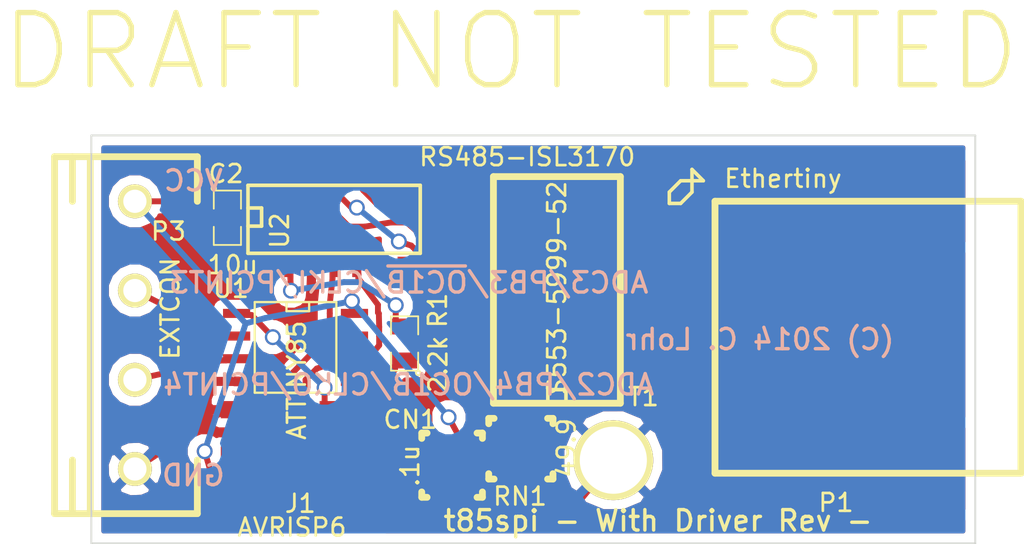
<source format=kicad_pcb>
(kicad_pcb (version 3) (host pcbnew "(2013-jul-07)-stable")

  (general
    (links 43)
    (no_connects 0)
    (area 71.103099 50.717919 126.244601 73.710001)
    (thickness 1.6)
    (drawings 20)
    (tracks 384)
    (zones 0)
    (modules 11)
    (nets 20)
  )

  (page USLetter)
  (title_block 
    (title t85spi-with-driver)
    (rev -)
  )

  (layers
    (15 F.Cu signal)
    (0 B.Cu signal)
    (16 B.Adhes user)
    (17 F.Adhes user)
    (18 B.Paste user)
    (19 F.Paste user)
    (20 B.SilkS user hide)
    (21 F.SilkS user)
    (22 B.Mask user)
    (23 F.Mask user)
    (24 Dwgs.User user)
    (25 Cmts.User user)
    (26 Eco1.User user)
    (27 Eco2.User user)
    (28 Edge.Cuts user)
  )

  (setup
    (last_trace_width 0.3302)
    (trace_clearance 0.3048)
    (zone_clearance 0.508)
    (zone_45_only no)
    (trace_min 0.254)
    (segment_width 0.2)
    (edge_width 0.1)
    (via_size 0.889)
    (via_drill 0.635)
    (via_min_size 0.889)
    (via_min_drill 0.508)
    (uvia_size 0.508)
    (uvia_drill 0.127)
    (uvias_allowed no)
    (uvia_min_size 0.508)
    (uvia_min_drill 0.127)
    (pcb_text_width 0.3)
    (pcb_text_size 1.5 1.5)
    (mod_edge_width 0.15)
    (mod_text_size 1 1)
    (mod_text_width 0.15)
    (pad_size 1.5 1.5)
    (pad_drill 0.6)
    (pad_to_mask_clearance 0)
    (aux_axis_origin 0 0)
    (visible_elements FFFFFFBF)
    (pcbplotparams
      (layerselection 284196865)
      (usegerberextensions true)
      (excludeedgelayer false)
      (linewidth 0.150000)
      (plotframeref false)
      (viasonmask false)
      (mode 1)
      (useauxorigin false)
      (hpglpennumber 1)
      (hpglpenspeed 20)
      (hpglpendiameter 15)
      (hpglpenoverlay 2)
      (psnegative false)
      (psa4output false)
      (plotreference true)
      (plotvalue true)
      (plotothertext true)
      (plotinvisibletext false)
      (padsonsilk false)
      (subtractmaskfromsilk false)
      (outputformat 1)
      (mirror false)
      (drillshape 0)
      (scaleselection 1)
      (outputdirectory t85spi-with-driver))
  )

  (net 0 "")
  (net 1 N-000001)
  (net 2 N-0000010)
  (net 3 N-0000011)
  (net 4 N-0000012)
  (net 5 N-0000013)
  (net 6 N-0000015)
  (net 7 N-0000016)
  (net 8 N-000002)
  (net 9 N-0000026)
  (net 10 N-0000027)
  (net 11 N-0000028)
  (net 12 N-000003)
  (net 13 N-000004)
  (net 14 N-000005)
  (net 15 N-000006)
  (net 16 N-000007)
  (net 17 N-000008)
  (net 18 VCC)
  (net 19 VSS)

  (net_class Default "This is the default net class."
    (clearance 0.3048)
    (trace_width 0.3302)
    (via_dia 0.889)
    (via_drill 0.635)
    (uvia_dia 0.508)
    (uvia_drill 0.127)
    (add_net "")
    (add_net N-000001)
    (add_net N-0000010)
    (add_net N-0000011)
    (add_net N-0000012)
    (add_net N-0000013)
    (add_net N-0000015)
    (add_net N-0000016)
    (add_net N-000002)
    (add_net N-0000026)
    (add_net N-0000027)
    (add_net N-0000028)
    (add_net N-000003)
    (add_net N-000004)
    (add_net N-000005)
    (add_net N-000006)
    (add_net N-000007)
    (add_net N-000008)
    (add_net VCC)
    (add_net VSS)
  )

  (module SO8WIDE (layer F.Cu) (tedit 5407B8F2) (tstamp 5407A225)
    (at 85.1008 62.677 270)
    (tags "CMS SOJ")
    (path /540643F0)
    (attr smd)
    (fp_text reference U1 (at -3.2918 3.6176 360) (layer F.SilkS)
      (effects (font (size 1 1) (thickness 0.15)))
    )
    (fp_text value ATTINY85 (at 1.839 -0.0654 270) (layer F.SilkS)
      (effects (font (size 1 1) (thickness 0.15)))
    )
    (fp_line (start -2.54 -2.286) (end 2.54 -2.286) (layer F.SilkS) (width 0.127))
    (fp_line (start 2.54 -2.286) (end 2.54 2.286) (layer F.SilkS) (width 0.127))
    (fp_line (start 2.54 2.286) (end -2.54 2.286) (layer F.SilkS) (width 0.127))
    (fp_line (start -2.54 2.286) (end -2.54 -2.286) (layer F.SilkS) (width 0.127))
    (fp_line (start -2.54 -0.762) (end -2.032 -0.762) (layer F.SilkS) (width 0.127))
    (fp_line (start -2.032 -0.762) (end -2.032 0.508) (layer F.SilkS) (width 0.127))
    (fp_line (start -2.032 0.508) (end -2.54 0.508) (layer F.SilkS) (width 0.127))
    (pad 8 smd rect (at -1.905 -3.302 270) (size 0.508 1.524)
      (layers F.Cu F.Paste F.Mask)
      (net 18 VCC)
    )
    (pad 7 smd rect (at -0.635 -3.302 270) (size 0.508 1.524)
      (layers F.Cu F.Paste F.Mask)
      (net 10 N-0000027)
    )
    (pad 6 smd rect (at 0.635 -3.302 270) (size 0.508 1.524)
      (layers F.Cu F.Paste F.Mask)
      (net 9 N-0000026)
    )
    (pad 5 smd rect (at 1.905 -3.302 270) (size 0.508 1.524)
      (layers F.Cu F.Paste F.Mask)
      (net 11 N-0000028)
    )
    (pad 4 smd rect (at 1.905 3.302 270) (size 0.508 1.524)
      (layers F.Cu F.Paste F.Mask)
      (net 19 VSS)
    )
    (pad 3 smd rect (at 0.635 3.302 270) (size 0.508 1.524)
      (layers F.Cu F.Paste F.Mask)
      (net 16 N-000007)
    )
    (pad 2 smd rect (at -0.635 3.302 270) (size 0.508 1.524)
      (layers F.Cu F.Paste F.Mask)
      (net 15 N-000006)
    )
    (pad 1 smd rect (at -1.905 3.302 270) (size 0.508 1.524)
      (layers F.Cu F.Paste F.Mask)
      (net 14 N-000005)
    )
    (model smd/cms_so8.wrl
      (at (xyz 0 0 0))
      (scale (xyz 0.5 0.38 0.5))
      (rotate (xyz 0 0 0))
    )
  )

  (module SO14E (layer F.Cu) (tedit 5407A64E) (tstamp 5407A23E)
    (at 87.2624 55.3726)
    (descr "module CMS SOJ 14 pins etroit")
    (tags "CMS SOJ")
    (path /54079E15)
    (attr smd)
    (fp_text reference U2 (at -3.048 0.762 90) (layer F.SilkS)
      (effects (font (size 1 1) (thickness 0.15)))
    )
    (fp_text value RS485-ISL3170 (at 10.8207 -3.3654) (layer F.SilkS)
      (effects (font (size 1 1) (thickness 0.15)))
    )
    (fp_line (start -4.826 -1.778) (end 4.826 -1.778) (layer F.SilkS) (width 0.2032))
    (fp_line (start 4.826 -1.778) (end 4.826 2.032) (layer F.SilkS) (width 0.2032))
    (fp_line (start 4.826 2.032) (end -4.826 2.032) (layer F.SilkS) (width 0.2032))
    (fp_line (start -4.826 2.032) (end -4.826 -1.778) (layer F.SilkS) (width 0.2032))
    (fp_line (start -4.826 -0.508) (end -4.064 -0.508) (layer F.SilkS) (width 0.2032))
    (fp_line (start -4.064 -0.508) (end -4.064 0.508) (layer F.SilkS) (width 0.2032))
    (fp_line (start -4.064 0.508) (end -4.826 0.508) (layer F.SilkS) (width 0.2032))
    (pad 1 smd rect (at -3.81 2.794) (size 0.508 1.143)
      (layers F.Cu F.Paste F.Mask)
    )
    (pad 2 smd rect (at -2.54 2.794) (size 0.508 1.143)
      (layers F.Cu F.Paste F.Mask)
      (net 5 N-0000013)
    )
    (pad 3 smd rect (at -1.27 2.794) (size 0.508 1.143)
      (layers F.Cu F.Paste F.Mask)
      (net 19 VSS)
    )
    (pad 4 smd rect (at 0 2.794) (size 0.508 1.143)
      (layers F.Cu F.Paste F.Mask)
      (net 10 N-0000027)
    )
    (pad 5 smd rect (at 1.27 2.794) (size 0.508 1.143)
      (layers F.Cu F.Paste F.Mask)
      (net 9 N-0000026)
    )
    (pad 6 smd rect (at 2.54 2.794) (size 0.508 1.143)
      (layers F.Cu F.Paste F.Mask)
      (net 19 VSS)
    )
    (pad 7 smd rect (at 3.81 2.794) (size 0.508 1.143)
      (layers F.Cu F.Paste F.Mask)
      (net 19 VSS)
    )
    (pad 8 smd rect (at 3.81 -2.54) (size 0.508 1.143)
      (layers F.Cu F.Paste F.Mask)
    )
    (pad 9 smd rect (at 2.54 -2.54) (size 0.508 1.143)
      (layers F.Cu F.Paste F.Mask)
      (net 2 N-0000010)
    )
    (pad 10 smd rect (at 1.27 -2.54) (size 0.508 1.143)
      (layers F.Cu F.Paste F.Mask)
      (net 7 N-0000016)
    )
    (pad 11 smd rect (at 0 -2.54) (size 0.508 1.143)
      (layers F.Cu F.Paste F.Mask)
      (net 3 N-0000011)
    )
    (pad 12 smd rect (at -1.27 -2.54) (size 0.508 1.143)
      (layers F.Cu F.Paste F.Mask)
      (net 4 N-0000012)
    )
    (pad 13 smd rect (at -2.54 -2.54) (size 0.508 1.143)
      (layers F.Cu F.Paste F.Mask)
    )
    (pad 14 smd rect (at -3.81 -2.54) (size 0.508 1.143)
      (layers F.Cu F.Paste F.Mask)
      (net 18 VCC)
    )
    (model smd/cms_so14.wrl
      (at (xyz 0 0 0))
      (scale (xyz 0.5 0.3 0.5))
      (rotate (xyz 0 0 0))
    )
  )

  (module SMT_ETHERNET (layer F.Cu) (tedit 5407A7BD) (tstamp 5407A250)
    (at 120.0343 54.4874)
    (path /54064D5E)
    (fp_text reference P1 (at -4.6482 16.891) (layer F.SilkS)
      (effects (font (size 1 1) (thickness 0.15)))
    )
    (fp_text value Ethertiny (at -7.62 -1.27) (layer F.SilkS)
      (effects (font (size 1 1) (thickness 0.15)))
    )
    (fp_line (start -11.43 0) (end -11.43 15.24) (layer F.SilkS) (width 0.381))
    (fp_line (start -11.43 15.24) (end 5.715 15.24) (layer F.SilkS) (width 0.381))
    (fp_line (start 5.715 15.24) (end 5.715 0) (layer F.SilkS) (width 0.381))
    (fp_line (start 5.715 0) (end -11.43 0) (layer F.SilkS) (width 0.381))
    (pad 9 smd rect (at 0 0) (size 5.207 4.572)
      (layers F.Cu F.Paste F.Mask)
    )
    (pad 8 smd rect (at -11.557 3.048) (size 4.7498 0.635)
      (layers F.Cu F.Paste F.Mask)
      (net 1 N-000001)
    )
    (pad 7 smd rect (at -11.557 4.318) (size 4.7498 0.635)
      (layers F.Cu F.Paste F.Mask)
      (net 8 N-000002)
    )
    (pad 6 smd rect (at -11.557 5.588) (size 4.7498 0.635)
      (layers F.Cu F.Paste F.Mask)
      (net 12 N-000003)
    )
    (pad 5 smd rect (at -11.557 6.858) (size 4.7498 0.635)
      (layers F.Cu F.Paste F.Mask)
    )
    (pad 4 smd rect (at -11.557 8.128) (size 4.7498 0.635)
      (layers F.Cu F.Paste F.Mask)
    )
    (pad 3 smd rect (at -11.557 9.398) (size 4.7498 0.635)
      (layers F.Cu F.Paste F.Mask)
      (net 13 N-000004)
    )
    (pad 2 smd rect (at -11.557 10.668) (size 4.7498 0.635)
      (layers F.Cu F.Paste F.Mask)
    )
    (pad 1 smd rect (at -11.557 11.938) (size 4.7498 0.635)
      (layers F.Cu F.Paste F.Mask)
    )
    (pad 10 smd rect (at 0 14.986) (size 5.207 4.572)
      (layers F.Cu F.Paste F.Mask)
    )
  )

  (module SM0805 (layer F.Cu) (tedit 5407A509) (tstamp 5407A25D)
    (at 81.2815 55.412 270)
    (path /540646B3)
    (attr smd)
    (fp_text reference C2 (at -2.4638 0.0762 360) (layer F.SilkS)
      (effects (font (size 1 1) (thickness 0.15)))
    )
    (fp_text value 10u (at 2.6416 -0.3048 360) (layer F.SilkS)
      (effects (font (size 1 1) (thickness 0.15)))
    )
    (fp_circle (center -1.651 0.762) (end -1.651 0.635) (layer F.SilkS) (width 0.09906))
    (fp_line (start -0.508 0.762) (end -1.524 0.762) (layer F.SilkS) (width 0.09906))
    (fp_line (start -1.524 0.762) (end -1.524 -0.762) (layer F.SilkS) (width 0.09906))
    (fp_line (start -1.524 -0.762) (end -0.508 -0.762) (layer F.SilkS) (width 0.09906))
    (fp_line (start 0.508 -0.762) (end 1.524 -0.762) (layer F.SilkS) (width 0.09906))
    (fp_line (start 1.524 -0.762) (end 1.524 0.762) (layer F.SilkS) (width 0.09906))
    (fp_line (start 1.524 0.762) (end 0.508 0.762) (layer F.SilkS) (width 0.09906))
    (pad 1 smd rect (at -0.9525 0 270) (size 0.889 1.397)
      (layers F.Cu F.Paste F.Mask)
      (net 18 VCC)
    )
    (pad 2 smd rect (at 0.9525 0 270) (size 0.889 1.397)
      (layers F.Cu F.Paste F.Mask)
      (net 19 VSS)
    )
    (model smd/chip_cms.wrl
      (at (xyz 0 0 0))
      (scale (xyz 0.1 0.1 0.1))
      (rotate (xyz 0 0 0))
    )
  )

  (module RIBBON6SMT (layer F.Cu) (tedit 5407A669) (tstamp 5407A267)
    (at 82.423 71.247 90)
    (path /540643FF)
    (fp_text reference J1 (at -0.1778 2.9464 180) (layer F.SilkS)
      (effects (font (size 1 1) (thickness 0.15)))
    )
    (fp_text value AVRISP6 (at -1.5116 2.4775 180) (layer F.SilkS)
      (effects (font (size 1 1) (thickness 0.15)))
    )
    (pad 2 smd rect (at 0 0 90) (size 0.9652 3.0226)
      (layers F.Cu F.Paste F.Mask)
      (net 18 VCC)
    )
    (pad 4 smd rect (at 2.54 0 90) (size 0.9652 3.0226)
      (layers F.Cu F.Paste F.Mask)
      (net 11 N-0000028)
    )
    (pad 6 smd rect (at 5.08 0 90) (size 0.9652 3.0226)
      (layers F.Cu F.Paste F.Mask)
      (net 19 VSS)
    )
    (pad 1 smd rect (at 0 5.5372 90) (size 0.9652 3.0226)
      (layers F.Cu F.Paste F.Mask)
      (net 9 N-0000026)
    )
    (pad 3 smd rect (at 2.54 5.5372 90) (size 0.9652 3.0226)
      (layers F.Cu F.Paste F.Mask)
      (net 10 N-0000027)
    )
    (pad 5 smd rect (at 5.08 5.5372 90) (size 0.9652 3.0226)
      (layers F.Cu F.Paste F.Mask)
      (net 14 N-000005)
    )
  )

  (module NETWORK1206 (layer F.Cu) (tedit 5407B919) (tstamp 5407A29B)
    (at 97.7252 68.3535)
    (path /5407A601)
    (fp_text reference RN1 (at -0.04696 2.66998) (layer F.SilkS)
      (effects (font (size 1 1) (thickness 0.15)))
    )
    (fp_text value 49.9 (at 2.554 -0.0402 90) (layer F.SilkS)
      (effects (font (size 1 1) (thickness 0.15)))
    )
    (fp_line (start 1.8 1.4) (end 1.8 1.7) (layer F.SilkS) (width 0.381))
    (fp_line (start 1.8 1.7) (end 1.5 1.7) (layer F.SilkS) (width 0.381))
    (fp_line (start -1.8 -1.4) (end -1.8 -1.7) (layer F.SilkS) (width 0.381))
    (fp_line (start -1.8 -1.7) (end -1.5 -1.7) (layer F.SilkS) (width 0.381))
    (fp_line (start 1.5 -1.7) (end 1.8 -1.7) (layer F.SilkS) (width 0.381))
    (fp_line (start 1.8 -1.7) (end 1.8 -1.4) (layer F.SilkS) (width 0.381))
    (fp_line (start -1.8 1.4) (end -1.8 1.7) (layer F.SilkS) (width 0.381))
    (fp_line (start -1.8 1.7) (end -1.5 1.7) (layer F.SilkS) (width 0.381))
    (pad 1 smd rect (at -1.2 0.8) (size 0.4 1)
      (layers F.Cu F.Paste F.Mask)
      (net 6 N-0000015)
    )
    (pad 2 smd rect (at -0.4 0.8) (size 0.4 1)
      (layers F.Cu F.Paste F.Mask)
      (net 6 N-0000015)
    )
    (pad 3 smd rect (at 0.4 0.8) (size 0.4 1)
      (layers F.Cu F.Paste F.Mask)
      (net 17 N-000008)
    )
    (pad 4 smd rect (at 1.2 0.8) (size 0.4 1)
      (layers F.Cu F.Paste F.Mask)
      (net 17 N-000008)
    )
    (pad 5 smd rect (at 1.2 -0.8) (size 0.4 1)
      (layers F.Cu F.Paste F.Mask)
      (net 2 N-0000010)
    )
    (pad 6 smd rect (at 0.4 -0.8) (size 0.4 1)
      (layers F.Cu F.Paste F.Mask)
      (net 7 N-0000016)
    )
    (pad 7 smd rect (at -0.4 -0.8) (size 0.4 1)
      (layers F.Cu F.Paste F.Mask)
      (net 4 N-0000012)
    )
    (pad 8 smd rect (at -1.2 -0.8) (size 0.4 1)
      (layers F.Cu F.Paste F.Mask)
      (net 3 N-0000011)
    )
  )

  (module NETWORK1206 (layer F.Cu) (tedit 5407B905) (tstamp 5407A2AF)
    (at 93.8721 69.2766 90)
    (path /5407A610)
    (fp_text reference CN1 (at 2.55588 -2.34066 180) (layer F.SilkS)
      (effects (font (size 1 1) (thickness 0.15)))
    )
    (fp_text value .1u (at -0.033 -2.356 90) (layer F.SilkS)
      (effects (font (size 1 1) (thickness 0.15)))
    )
    (fp_line (start 1.8 1.4) (end 1.8 1.7) (layer F.SilkS) (width 0.381))
    (fp_line (start 1.8 1.7) (end 1.5 1.7) (layer F.SilkS) (width 0.381))
    (fp_line (start -1.8 -1.4) (end -1.8 -1.7) (layer F.SilkS) (width 0.381))
    (fp_line (start -1.8 -1.7) (end -1.5 -1.7) (layer F.SilkS) (width 0.381))
    (fp_line (start 1.5 -1.7) (end 1.8 -1.7) (layer F.SilkS) (width 0.381))
    (fp_line (start 1.8 -1.7) (end 1.8 -1.4) (layer F.SilkS) (width 0.381))
    (fp_line (start -1.8 1.4) (end -1.8 1.7) (layer F.SilkS) (width 0.381))
    (fp_line (start -1.8 1.7) (end -1.5 1.7) (layer F.SilkS) (width 0.381))
    (pad 1 smd rect (at -1.2 0.8 90) (size 0.4 1)
      (layers F.Cu F.Paste F.Mask)
      (net 17 N-000008)
    )
    (pad 2 smd rect (at -0.4 0.8 90) (size 0.4 1)
      (layers F.Cu F.Paste F.Mask)
      (net 6 N-0000015)
    )
    (pad 3 smd rect (at 0.4 0.8 90) (size 0.4 1)
      (layers F.Cu F.Paste F.Mask)
      (net 18 VCC)
    )
    (pad 4 smd rect (at 1.2 0.8 90) (size 0.4 1)
      (layers F.Cu F.Paste F.Mask)
      (net 18 VCC)
    )
    (pad 5 smd rect (at 1.2 -0.8 90) (size 0.4 1)
      (layers F.Cu F.Paste F.Mask)
      (net 19 VSS)
    )
    (pad 6 smd rect (at 0.4 -0.8 90) (size 0.4 1)
      (layers F.Cu F.Paste F.Mask)
      (net 19 VSS)
    )
    (pad 7 smd rect (at -0.4 -0.8 90) (size 0.4 1)
      (layers F.Cu F.Paste F.Mask)
      (net 19 VSS)
    )
    (pad 8 smd rect (at -1.2 -0.8 90) (size 0.4 1)
      (layers F.Cu F.Paste F.Mask)
      (net 19 VSS)
    )
  )

  (module BELFuse-S553 (layer F.Cu) (tedit 5407A4EB) (tstamp 5407A2CA)
    (at 99.7458 59.4563 90)
    (descr "Module CMS SOJ 16 pins tres large")
    (tags "CMS SOJ")
    (path /5407A2DC)
    (attr smd)
    (fp_text reference T1 (at -5.9944 4.8514 180) (layer F.SilkS)
      (effects (font (size 1 1) (thickness 0.15)))
    )
    (fp_text value S553-5999-52 (at 0.1016 0 90) (layer F.SilkS)
      (effects (font (size 1 1) (thickness 0.15)))
    )
    (fp_line (start -6.35 -3.556) (end -6.35 3.556) (layer F.SilkS) (width 0.381))
    (fp_line (start -6.35 3.556) (end 6.35 3.556) (layer F.SilkS) (width 0.381))
    (fp_line (start 6.35 3.556) (end 6.35 -3.556) (layer F.SilkS) (width 0.381))
    (fp_line (start 6.35 -3.556) (end -6.35 -3.556) (layer F.SilkS) (width 0.381))
    (fp_line (start -6.35 -0.508) (end -5.588 -0.508) (layer F.SilkS) (width 0.2032))
    (fp_line (start -5.588 -0.508) (end -5.588 0.508) (layer F.SilkS) (width 0.2032))
    (fp_line (start -5.588 0.508) (end -6.35 0.508) (layer F.SilkS) (width 0.2032))
    (pad 1 smd rect (at -4.445 4.699 90) (size 0.635 1.778)
      (layers F.Cu F.Paste F.Mask)
      (net 13 N-000004)
    )
    (pad 2 smd rect (at -3.175 4.699 90) (size 0.635 1.778)
      (layers F.Cu F.Paste F.Mask)
    )
    (pad 3 smd rect (at -1.905 4.699 90) (size 0.635 1.778)
      (layers F.Cu F.Paste F.Mask)
      (net 12 N-000003)
    )
    (pad 4 smd rect (at -0.635 4.699 90) (size 0.635 1.778)
      (layers F.Cu F.Paste F.Mask)
    )
    (pad 5 smd rect (at 0.635 4.699 90) (size 0.635 1.778)
      (layers F.Cu F.Paste F.Mask)
    )
    (pad 6 smd rect (at 1.905 4.699 90) (size 0.635 1.778)
      (layers F.Cu F.Paste F.Mask)
      (net 8 N-000002)
    )
    (pad 7 smd rect (at 3.175 4.699 90) (size 0.635 1.778)
      (layers F.Cu F.Paste F.Mask)
    )
    (pad 8 smd rect (at 4.445 4.699 90) (size 0.635 1.778)
      (layers F.Cu F.Paste F.Mask)
      (net 1 N-000001)
    )
    (pad 9 smd rect (at 4.445 -4.699 90) (size 0.635 1.778)
      (layers F.Cu F.Paste F.Mask)
      (net 2 N-0000010)
    )
    (pad 10 smd rect (at 3.175 -4.699 90) (size 0.635 1.778)
      (layers F.Cu F.Paste F.Mask)
    )
    (pad 11 smd rect (at 1.905 -4.699 90) (size 0.635 1.778)
      (layers F.Cu F.Paste F.Mask)
      (net 7 N-0000016)
    )
    (pad 12 smd rect (at 0.635 -4.699 90) (size 0.635 1.778)
      (layers F.Cu F.Paste F.Mask)
    )
    (pad 13 smd rect (at -0.635 -4.699 90) (size 0.635 1.778)
      (layers F.Cu F.Paste F.Mask)
    )
    (pad 14 smd rect (at -1.905 -4.699 90) (size 0.635 1.778)
      (layers F.Cu F.Paste F.Mask)
      (net 4 N-0000012)
    )
    (pad 15 smd rect (at -3.175 -4.699 90) (size 0.635 1.778)
      (layers F.Cu F.Paste F.Mask)
    )
    (pad 16 smd rect (at -4.445 -4.699 90) (size 0.635 1.778)
      (layers F.Cu F.Paste F.Mask)
      (net 3 N-0000011)
    )
    (model smd/cms_so16.wrl
      (at (xyz 0 0 0))
      (scale (xyz 0.5 0.6 0.5))
      (rotate (xyz 0 0 0))
    )
  )

  (module PHOENIX1935187 (layer F.Cu) (tedit 5407A662) (tstamp 5407A2FB)
    (at 76.0984 61.9912 270)
    (path /5407AF38)
    (fp_text reference P3 (at -5.8166 -1.8796 360) (layer F.SilkS)
      (effects (font (size 1 1) (thickness 0.15)))
    )
    (fp_text value EXTCON (at -1.4884 -1.9812 270) (layer F.SilkS)
      (effects (font (size 1 1) (thickness 0.15)))
    )
    (fp_line (start -10 -3.5) (end -10 4.5) (layer F.SilkS) (width 0.381))
    (fp_line (start 10 -3.5) (end 10 4.5) (layer F.SilkS) (width 0.381))
    (fp_line (start 10 4.5) (end -10 4.5) (layer F.SilkS) (width 0.381))
    (fp_line (start -10 2.5) (end 10 2.5) (layer F.SilkS) (width 0.381))
    (fp_line (start 7 -3.5) (end 10 -3.5) (layer F.SilkS) (width 0.381))
    (fp_line (start 10 3.5) (end 7 3.5) (layer F.SilkS) (width 0.381))
    (fp_line (start -7.5 -3.5) (end -10 -3.5) (layer F.SilkS) (width 0.381))
    (fp_line (start -10 3.5) (end -7.5 3.5) (layer F.SilkS) (width 0.381))
    (pad 1 thru_hole circle (at -7.5 0 270) (size 1.9 1.9) (drill 1.3)
      (layers *.Cu *.Mask F.SilkS)
      (net 18 VCC)
    )
    (pad 2 thru_hole circle (at -2.5 0 270) (size 1.9 1.9) (drill 1.3)
      (layers *.Cu *.Mask F.SilkS)
      (net 15 N-000006)
    )
    (pad 3 thru_hole circle (at 2.5 0 270) (size 1.9 1.9) (drill 1.3)
      (layers *.Cu *.Mask F.SilkS)
      (net 16 N-000007)
    )
    (pad 4 thru_hole circle (at 7.5 0 270) (size 1.9 1.9) (drill 1.3)
      (layers *.Cu *.Mask F.SilkS)
      (net 19 VSS)
    )
  )

  (module SM0805 (layer F.Cu) (tedit 5407B8DF) (tstamp 5407B7DC)
    (at 91.2114 62.4586 90)
    (path /5407B856)
    (attr smd)
    (fp_text reference R1 (at 1.8542 1.8542 90) (layer F.SilkS)
      (effects (font (size 1 1) (thickness 0.15)))
    )
    (fp_text value 2.2k (at -1.1684 1.8796 90) (layer F.SilkS)
      (effects (font (size 1 1) (thickness 0.15)))
    )
    (fp_circle (center -1.651 0.762) (end -1.651 0.635) (layer F.SilkS) (width 0.09906))
    (fp_line (start -0.508 0.762) (end -1.524 0.762) (layer F.SilkS) (width 0.09906))
    (fp_line (start -1.524 0.762) (end -1.524 -0.762) (layer F.SilkS) (width 0.09906))
    (fp_line (start -1.524 -0.762) (end -0.508 -0.762) (layer F.SilkS) (width 0.09906))
    (fp_line (start 0.508 -0.762) (end 1.524 -0.762) (layer F.SilkS) (width 0.09906))
    (fp_line (start 1.524 -0.762) (end 1.524 0.762) (layer F.SilkS) (width 0.09906))
    (fp_line (start 1.524 0.762) (end 0.508 0.762) (layer F.SilkS) (width 0.09906))
    (pad 1 smd rect (at -0.9525 0 90) (size 0.889 1.397)
      (layers F.Cu F.Paste F.Mask)
      (net 11 N-0000028)
    )
    (pad 2 smd rect (at 0.9525 0 90) (size 0.889 1.397)
      (layers F.Cu F.Paste F.Mask)
      (net 5 N-0000013)
    )
    (model smd/chip_cms.wrl
      (at (xyz 0 0 0))
      (scale (xyz 0.1 0.1 0.1))
      (rotate (xyz 0 0 0))
    )
  )

  (module 632HOLE (layer F.Cu) (tedit 5407B991) (tstamp 5407B9A9)
    (at 102.9081 68.9991)
    (descr Hole)
    (tags "DEV 6-32 HOLE")
    (path /5407B9CE)
    (fp_text reference P4 (at -0.03302 -0.15494) (layer F.SilkS)
      (effects (font (size 0.762 0.762) (thickness 0.1905)))
    )
    (fp_text value ~ (at 0 2.794) (layer F.SilkS) hide
      (effects (font (size 0.762 0.762) (thickness 0.1905)))
    )
    (fp_circle (center 0 0) (end 1.69926 -0.09906) (layer F.SilkS) (width 0.381))
    (pad 1 thru_hole circle (at 0 0) (size 4.4704 4.4704) (drill 3.7592)
      (layers *.Cu *.Mask F.SilkS)
      (net 19 VSS)
    )
  )

  (gr_text "DRAFT NOT TESTED" (at 97.155 46.101) (layer F.SilkS)
    (effects (font (size 4.04 4.04) (thickness 0.3)))
  )
  (gr_text VCC (at 79.375 53.34) (layer B.SilkS)
    (effects (font (size 1.143 1.143) (thickness 0.1905)) (justify mirror))
  )
  (gr_text ADC3/PB3/~OC1B~/CLKI/PCINT3 (at 91.44 59.055) (layer B.SilkS)
    (effects (font (size 1.143 1.143) (thickness 0.1905)) (justify mirror))
  )
  (gr_text ADC2/PB4/OC1B/CLKO/PCINT4 (at 91.44 64.77) (layer B.SilkS)
    (effects (font (size 1.143 1.143) (thickness 0.1905)) (justify mirror))
  )
  (gr_text GND (at 79.375 69.85) (layer B.SilkS)
    (effects (font (size 1.143 1.143) (thickness 0.1905)) (justify mirror))
  )
  (gr_text "(C) 2014 C. Lohr" (at 111.125 62.23) (layer B.SilkS)
    (effects (font (size 1.143 1.143) (thickness 0.1905)) (justify mirror))
  )
  (gr_text "t85spi - With Driver Rev -" (at 105.41 72.39) (layer F.SilkS)
    (effects (font (size 1.143 1.143) (thickness 0.1905)))
  )
  (gr_line (start 106.68 54.61) (end 106.045 54.61) (angle 90) (layer F.SilkS) (width 0.2))
  (gr_line (start 107.315 53.975) (end 106.68 54.61) (angle 90) (layer F.SilkS) (width 0.2))
  (gr_line (start 107.315 53.34) (end 107.315 53.975) (angle 90) (layer F.SilkS) (width 0.2))
  (gr_line (start 107.95 53.34) (end 107.315 53.34) (angle 90) (layer F.SilkS) (width 0.2))
  (gr_line (start 107.315 52.705) (end 107.95 53.34) (angle 90) (layer F.SilkS) (width 0.2))
  (gr_line (start 107.315 53.34) (end 107.315 52.705) (angle 90) (layer F.SilkS) (width 0.2))
  (gr_line (start 106.68 53.34) (end 107.315 53.34) (angle 90) (layer F.SilkS) (width 0.2))
  (gr_line (start 106.045 53.975) (end 106.68 53.34) (angle 90) (layer F.SilkS) (width 0.2))
  (gr_line (start 106.045 54.61) (end 106.045 53.975) (angle 90) (layer F.SilkS) (width 0.2))
  (gr_line (start 73.66 50.8) (end 123.19 50.8) (angle 90) (layer Edge.Cuts) (width 0.1))
  (gr_line (start 73.66 73.66) (end 73.66 50.8) (angle 90) (layer Edge.Cuts) (width 0.1))
  (gr_line (start 123.19 73.66) (end 73.66 73.66) (angle 90) (layer Edge.Cuts) (width 0.1))
  (gr_line (start 123.19 50.8) (end 123.19 73.66) (angle 90) (layer Edge.Cuts) (width 0.1))

  (segment (start 104.4448 55.0113) (end 105.58018 55.1053) (width 0.3302) (layer F.Cu) (net 1) (tstamp 5407B8B2))
  (segment (start 105.58018 55.1053) (end 105.8418 55.27548) (width 0.3302) (layer F.Cu) (net 1) (tstamp 5407B8B4))
  (segment (start 105.8418 55.27548) (end 106.06024 55.51678) (width 0.3302) (layer F.Cu) (net 1) (tstamp 5407B8B5))
  (segment (start 106.06024 55.51678) (end 106.10596 55.80126) (width 0.3302) (layer F.Cu) (net 1) (tstamp 5407B8B6))
  (segment (start 106.10596 55.80126) (end 106.22026 57.20842) (width 0.3302) (layer F.Cu) (net 1) (tstamp 5407B8B7))
  (segment (start 106.22026 57.20842) (end 108.4773 57.5354) (width 0.3302) (layer F.Cu) (net 1) (tstamp 5407B8B9))
  (segment (start 89.8913 53.239) (end 89.8024 52.8326) (width 0.3302) (layer F.Cu) (net 2))
  (segment (start 89.8913 53.4041) (end 89.8913 53.239) (width 0.3302) (layer F.Cu) (net 2))
  (segment (start 89.8913 53.4725) (end 89.8913 53.4041) (width 0.3302) (layer F.Cu) (net 2))
  (segment (start 89.988 53.5692) (end 89.8913 53.4725) (width 0.3302) (layer F.Cu) (net 2))
  (segment (start 90.5606 54.0265) (end 89.988 53.5692) (width 0.3302) (layer F.Cu) (net 2))
  (segment (start 91.6864 54.1004) (end 90.5606 54.0265) (width 0.3302) (layer F.Cu) (net 2))
  (segment (start 94.2262 54.5287) (end 91.6864 54.1004) (width 0.3302) (layer F.Cu) (net 2))
  (segment (start 94.3229 54.6254) (end 94.2262 54.5287) (width 0.3302) (layer F.Cu) (net 2))
  (segment (start 94.3229 54.6938) (end 94.3229 54.6254) (width 0.3302) (layer F.Cu) (net 2))
  (segment (start 94.3229 54.8589) (end 94.3229 54.6938) (width 0.3302) (layer F.Cu) (net 2))
  (segment (start 95.0468 55.0113) (end 94.3229 54.8589) (width 0.3302) (layer F.Cu) (net 2))
  (segment (start 95.7707 55.1637) (end 95.0468 55.0113) (width 0.3302) (layer F.Cu) (net 2))
  (segment (start 95.9358 55.1637) (end 95.7707 55.1637) (width 0.3302) (layer F.Cu) (net 2))
  (segment (start 96.0042 55.1637) (end 95.9358 55.1637) (width 0.3302) (layer F.Cu) (net 2))
  (segment (start 96.1936 55.3414) (end 96.0042 55.1637) (width 0.3302) (layer F.Cu) (net 2))
  (segment (start 96.5582 55.706) (end 96.1936 55.3414) (width 0.3302) (layer F.Cu) (net 2))
  (segment (start 97.3229 57.262) (end 96.5582 55.706) (width 0.3302) (layer F.Cu) (net 2))
  (segment (start 97.3457 57.3171) (end 97.3229 57.262) (width 0.3302) (layer F.Cu) (net 2))
  (segment (start 98.1332 60.9704) (end 97.3457 57.3171) (width 0.3302) (layer F.Cu) (net 2))
  (segment (start 98.8903 66.272) (end 98.1332 60.9704) (width 0.3302) (layer F.Cu) (net 2))
  (segment (start 98.8903 67.0535) (end 98.8903 66.272) (width 0.3302) (layer F.Cu) (net 2))
  (segment (start 98.8903 67.2186) (end 98.8903 67.0535) (width 0.3302) (layer F.Cu) (net 2))
  (segment (start 98.9252 67.5535) (end 98.8903 67.2186) (width 0.3302) (layer F.Cu) (net 2))
  (via (at 88.5342 54.8447) (size 0.889) (layers F.Cu B.Cu) (net 3))
  (via (at 90.8896 56.7423) (size 0.889) (layers F.Cu B.Cu) (net 3))
  (segment (start 90.8896 56.7423) (end 88.5342 54.8447) (width 0.3302) (layer B.Cu) (net 3))
  (segment (start 91.5842 56.9727) (end 90.8896 56.7423) (width 0.3302) (layer F.Cu) (net 3))
  (segment (start 91.9488 57.3373) (end 91.5842 56.9727) (width 0.3302) (layer F.Cu) (net 3))
  (segment (start 91.9604 57.9422) (end 91.9488 57.3373) (width 0.3302) (layer F.Cu) (net 3))
  (segment (start 92.9077 60.2916) (end 91.9604 57.9422) (width 0.3302) (layer F.Cu) (net 3))
  (segment (start 93.0295 60.5232) (end 92.9077 60.2916) (width 0.3302) (layer F.Cu) (net 3))
  (segment (start 93.0339 60.5339) (end 93.0295 60.5232) (width 0.3302) (layer F.Cu) (net 3))
  (segment (start 93.0339 61.5093) (end 93.0339 60.5339) (width 0.3302) (layer F.Cu) (net 3))
  (segment (start 93.5354 63.2066) (end 93.0339 61.5093) (width 0.3302) (layer F.Cu) (net 3))
  (segment (start 93.9 63.5712) (end 93.5354 63.2066) (width 0.3302) (layer F.Cu) (net 3))
  (segment (start 94.0894 63.7489) (end 93.9 63.5712) (width 0.3302) (layer F.Cu) (net 3))
  (segment (start 94.1578 63.7489) (end 94.0894 63.7489) (width 0.3302) (layer F.Cu) (net 3))
  (segment (start 94.3229 63.7489) (end 94.1578 63.7489) (width 0.3302) (layer F.Cu) (net 3))
  (segment (start 95.0468 63.9013) (end 94.3229 63.7489) (width 0.3302) (layer F.Cu) (net 3))
  (segment (start 87.3513 53.239) (end 87.2624 52.8326) (width 0.3302) (layer F.Cu) (net 3))
  (segment (start 87.3513 53.4041) (end 87.3513 53.239) (width 0.3302) (layer F.Cu) (net 3))
  (segment (start 87.3513 53.4725) (end 87.3513 53.4041) (width 0.3302) (layer F.Cu) (net 3))
  (segment (start 87.3765 53.9558) (end 87.3513 53.4725) (width 0.3302) (layer F.Cu) (net 3))
  (segment (start 87.3993 54.0109) (end 87.3765 53.9558) (width 0.3302) (layer F.Cu) (net 3))
  (segment (start 88.1796 54.7912) (end 87.3993 54.0109) (width 0.3302) (layer F.Cu) (net 3))
  (segment (start 88.2347 54.814) (end 88.1796 54.7912) (width 0.3302) (layer F.Cu) (net 3))
  (segment (start 88.5342 54.8447) (end 88.2347 54.814) (width 0.3302) (layer F.Cu) (net 3))
  (segment (start 95.7707 64.0537) (end 95.0468 63.9013) (width 0.3302) (layer F.Cu) (net 3))
  (segment (start 95.7707 64.2188) (end 95.7707 64.0537) (width 0.3302) (layer F.Cu) (net 3))
  (segment (start 95.7707 64.2872) (end 95.7707 64.2188) (width 0.3302) (layer F.Cu) (net 3))
  (segment (start 96.4903 66.9851) (end 95.7707 64.2872) (width 0.3302) (layer F.Cu) (net 3))
  (segment (start 96.4903 67.0535) (end 96.4903 66.9851) (width 0.3302) (layer F.Cu) (net 3))
  (segment (start 96.4903 67.2186) (end 96.4903 67.0535) (width 0.3302) (layer F.Cu) (net 3))
  (segment (start 96.5252 67.5535) (end 96.4903 67.2186) (width 0.3302) (layer F.Cu) (net 3))
  (segment (start 86.0813 53.239) (end 85.9924 52.8326) (width 0.3302) (layer F.Cu) (net 4))
  (segment (start 86.0813 53.4041) (end 86.0813 53.239) (width 0.3302) (layer F.Cu) (net 4))
  (segment (start 86.0813 53.4725) (end 86.0813 53.4041) (width 0.3302) (layer F.Cu) (net 4))
  (segment (start 86.7317 54.457) (end 86.0813 53.4725) (width 0.3302) (layer F.Cu) (net 4))
  (segment (start 87.4673 55.2866) (end 86.7317 54.457) (width 0.3302) (layer F.Cu) (net 4))
  (segment (start 88.0923 55.9116) (end 87.4673 55.2866) (width 0.3302) (layer F.Cu) (net 4))
  (segment (start 88.9761 55.9116) (end 88.0923 55.9116) (width 0.3302) (layer F.Cu) (net 4))
  (segment (start 90.4477 55.6754) (end 88.9761 55.9116) (width 0.3302) (layer F.Cu) (net 4))
  (segment (start 91.3315 55.6754) (end 90.4477 55.6754) (width 0.3302) (layer F.Cu) (net 4))
  (segment (start 91.9332 56.208) (end 91.3315 55.6754) (width 0.3302) (layer F.Cu) (net 4))
  (segment (start 92.7135 56.9883) (end 91.9332 56.208) (width 0.3302) (layer F.Cu) (net 4))
  (segment (start 92.7363 57.0434) (end 92.7135 56.9883) (width 0.3302) (layer F.Cu) (net 4))
  (segment (start 92.7479 57.7855) (end 92.7363 57.0434) (width 0.3302) (layer F.Cu) (net 4))
  (segment (start 93.6784 60.4057) (end 92.7479 57.7855) (width 0.3302) (layer F.Cu) (net 4))
  (segment (start 93.6784 60.6074) (end 93.6784 60.4057) (width 0.3302) (layer F.Cu) (net 4))
  (segment (start 93.9927 61.1122) (end 93.6784 60.6074) (width 0.3302) (layer F.Cu) (net 4))
  (segment (start 94.0894 61.2089) (end 93.9927 61.1122) (width 0.3302) (layer F.Cu) (net 4))
  (segment (start 94.1578 61.2089) (end 94.0894 61.2089) (width 0.3302) (layer F.Cu) (net 4))
  (segment (start 94.3229 61.2089) (end 94.1578 61.2089) (width 0.3302) (layer F.Cu) (net 4))
  (segment (start 95.0468 61.3613) (end 94.3229 61.2089) (width 0.3302) (layer F.Cu) (net 4))
  (segment (start 95.7707 61.5137) (end 95.0468 61.3613) (width 0.3302) (layer F.Cu) (net 4))
  (segment (start 95.9358 61.5137) (end 95.7707 61.5137) (width 0.3302) (layer F.Cu) (net 4))
  (segment (start 96.0042 61.5137) (end 95.9358 61.5137) (width 0.3302) (layer F.Cu) (net 4))
  (segment (start 96.1936 61.6914) (end 96.0042 61.5137) (width 0.3302) (layer F.Cu) (net 4))
  (segment (start 96.5582 62.056) (end 96.1936 61.6914) (width 0.3302) (layer F.Cu) (net 4))
  (segment (start 97.2903 66.6537) (end 96.5582 62.056) (width 0.3302) (layer F.Cu) (net 4))
  (segment (start 97.2903 67.0535) (end 97.2903 66.6537) (width 0.3302) (layer F.Cu) (net 4))
  (segment (start 97.2903 67.2186) (end 97.2903 67.0535) (width 0.3302) (layer F.Cu) (net 4))
  (segment (start 97.3252 67.5535) (end 97.2903 67.2186) (width 0.3302) (layer F.Cu) (net 4))
  (via (at 84.8446 59.499) (size 0.889) (layers F.Cu B.Cu) (net 5))
  (via (at 90.7153 60.3119) (size 0.889) (layers F.Cu B.Cu) (net 5))
  (segment (start 87.8175 59.0185) (end 84.8446 59.499) (width 0.3302) (layer B.Cu) (net 5))
  (segment (start 88.7013 59.0185) (end 87.8175 59.0185) (width 0.3302) (layer B.Cu) (net 5))
  (segment (start 90.7153 60.3119) (end 88.7013 59.0185) (width 0.3302) (layer B.Cu) (net 5))
  (segment (start 90.7153 61.0616) (end 90.7153 60.3119) (width 0.3302) (layer F.Cu) (net 5))
  (segment (start 90.7153 61.2267) (end 90.7153 61.0616) (width 0.3302) (layer F.Cu) (net 5))
  (segment (start 91.2114 61.5061) (end 90.7153 61.2267) (width 0.3302) (layer F.Cu) (net 5))
  (segment (start 84.8113 58.573) (end 84.7224 58.1666) (width 0.3302) (layer F.Cu) (net 5))
  (segment (start 84.8113 58.7381) (end 84.8113 58.573) (width 0.3302) (layer F.Cu) (net 5))
  (segment (start 84.8113 58.8065) (end 84.8113 58.7381) (width 0.3302) (layer F.Cu) (net 5))
  (segment (start 84.8446 59.499) (end 84.8113 58.8065) (width 0.3302) (layer F.Cu) (net 5))
  (segment (start 96.5601 69.1535) (end 96.5252 69.1535) (width 0.3302) (layer F.Cu) (net 6))
  (segment (start 96.7252 69.1535) (end 96.5601 69.1535) (width 0.3302) (layer F.Cu) (net 6))
  (segment (start 97.1252 69.1535) (end 96.7252 69.1535) (width 0.3302) (layer F.Cu) (net 6))
  (segment (start 97.2903 69.1535) (end 97.1252 69.1535) (width 0.3302) (layer F.Cu) (net 6))
  (segment (start 97.3252 69.1535) (end 97.2903 69.1535) (width 0.3302) (layer F.Cu) (net 6))
  (segment (start 96.4903 69.4884) (end 96.5252 69.1535) (width 0.3302) (layer F.Cu) (net 6))
  (segment (start 96.3252 69.4884) (end 96.4903 69.4884) (width 0.3302) (layer F.Cu) (net 6))
  (segment (start 96.2568 69.4884) (end 96.3252 69.4884) (width 0.3302) (layer F.Cu) (net 6))
  (segment (start 95.4062 69.6417) (end 96.2568 69.4884) (width 0.3302) (layer F.Cu) (net 6))
  (segment (start 95.1721 69.6417) (end 95.4062 69.6417) (width 0.3302) (layer F.Cu) (net 6))
  (segment (start 95.007 69.6417) (end 95.1721 69.6417) (width 0.3302) (layer F.Cu) (net 6))
  (segment (start 94.6721 69.6766) (end 95.007 69.6417) (width 0.3302) (layer F.Cu) (net 6))
  (segment (start 88.6213 53.239) (end 88.5324 52.8326) (width 0.3302) (layer F.Cu) (net 7))
  (segment (start 88.6213 53.4041) (end 88.6213 53.239) (width 0.3302) (layer F.Cu) (net 7))
  (segment (start 88.6213 53.4725) (end 88.6213 53.4041) (width 0.3302) (layer F.Cu) (net 7))
  (segment (start 88.901 53.8827) (end 88.6213 53.4725) (width 0.3302) (layer F.Cu) (net 7))
  (segment (start 89.5778 54.5595) (end 88.901 53.8827) (width 0.3302) (layer F.Cu) (net 7))
  (segment (start 90.2667 54.814) (end 89.5778 54.5595) (width 0.3302) (layer F.Cu) (net 7))
  (segment (start 91.5297 54.8879) (end 90.2667 54.814) (width 0.3302) (layer F.Cu) (net 7))
  (segment (start 91.7482 54.9784) (end 91.5297 54.8879) (width 0.3302) (layer F.Cu) (net 7))
  (segment (start 92.3793 55.5404) (end 91.7482 54.9784) (width 0.3302) (layer F.Cu) (net 7))
  (segment (start 93.3811 56.5422) (end 92.3793 55.5404) (width 0.3302) (layer F.Cu) (net 7))
  (segment (start 93.5354 56.8566) (end 93.3811 56.5422) (width 0.3302) (layer F.Cu) (net 7))
  (segment (start 93.9 57.2212) (end 93.5354 56.8566) (width 0.3302) (layer F.Cu) (net 7))
  (segment (start 94.0894 57.3989) (end 93.9 57.2212) (width 0.3302) (layer F.Cu) (net 7))
  (segment (start 94.1578 57.3989) (end 94.0894 57.3989) (width 0.3302) (layer F.Cu) (net 7))
  (segment (start 94.3229 57.3989) (end 94.1578 57.3989) (width 0.3302) (layer F.Cu) (net 7))
  (segment (start 95.0468 57.5513) (end 94.3229 57.3989) (width 0.3302) (layer F.Cu) (net 7))
  (segment (start 95.7707 57.7037) (end 95.0468 57.5513) (width 0.3302) (layer F.Cu) (net 7))
  (segment (start 95.9358 57.7037) (end 95.7707 57.7037) (width 0.3302) (layer F.Cu) (net 7))
  (segment (start 96.0042 57.7037) (end 95.9358 57.7037) (width 0.3302) (layer F.Cu) (net 7))
  (segment (start 96.1936 57.8814) (end 96.0042 57.7037) (width 0.3302) (layer F.Cu) (net 7))
  (segment (start 96.5582 58.246) (end 96.1936 57.8814) (width 0.3302) (layer F.Cu) (net 7))
  (segment (start 97.3457 61.1271) (end 96.5582 58.246) (width 0.3302) (layer F.Cu) (net 7))
  (segment (start 98.0903 66.4311) (end 97.3457 61.1271) (width 0.3302) (layer F.Cu) (net 7))
  (segment (start 98.0903 67.0535) (end 98.0903 66.4311) (width 0.3302) (layer F.Cu) (net 7))
  (segment (start 98.0903 67.2186) (end 98.0903 67.0535) (width 0.3302) (layer F.Cu) (net 7))
  (segment (start 98.1252 67.5535) (end 98.0903 67.2186) (width 0.3302) (layer F.Cu) (net 7))
  (segment (start 106.2675 58.653) (end 108.4773 58.8054) (width 0.3302) (layer F.Cu) (net 8))
  (segment (start 106.1024 58.653) (end 106.2675 58.653) (width 0.3302) (layer F.Cu) (net 8))
  (segment (start 106.034 58.653) (end 106.1024 58.653) (width 0.3302) (layer F.Cu) (net 8))
  (segment (start 105.9373 58.5563) (end 106.034 58.653) (width 0.3302) (layer F.Cu) (net 8))
  (segment (start 105.4989 57.8004) (end 105.9373 58.5563) (width 0.3302) (layer F.Cu) (net 8))
  (segment (start 105.4022 57.7037) (end 105.4989 57.8004) (width 0.3302) (layer F.Cu) (net 8))
  (segment (start 105.3338 57.7037) (end 105.4022 57.7037) (width 0.3302) (layer F.Cu) (net 8))
  (segment (start 105.1687 57.7037) (end 105.3338 57.7037) (width 0.3302) (layer F.Cu) (net 8))
  (segment (start 104.4448 57.5513) (end 105.1687 57.7037) (width 0.3302) (layer F.Cu) (net 8))
  (segment (start 88.9997 63.2231) (end 88.4028 63.312) (width 0.3302) (layer F.Cu) (net 9))
  (segment (start 89.1648 63.2231) (end 88.9997 63.2231) (width 0.3302) (layer F.Cu) (net 9))
  (segment (start 89.2332 63.2231) (end 89.1648 63.2231) (width 0.3302) (layer F.Cu) (net 9))
  (segment (start 89.3299 63.1264) (end 89.2332 63.2231) (width 0.3302) (layer F.Cu) (net 9))
  (segment (start 89.7872 62.5538) (end 89.3299 63.1264) (width 0.3302) (layer F.Cu) (net 9))
  (segment (start 89.7872 62.0382) (end 89.7872 62.5538) (width 0.3302) (layer F.Cu) (net 9))
  (segment (start 89.7872 61.5302) (end 89.7872 62.0382) (width 0.3302) (layer F.Cu) (net 9))
  (segment (start 89.7686 60.7759) (end 89.7872 61.5302) (width 0.3302) (layer F.Cu) (net 9))
  (segment (start 89.7178 60.7251) (end 89.7686 60.7759) (width 0.3302) (layer F.Cu) (net 9))
  (segment (start 89.7178 60.2889) (end 89.7178 60.7251) (width 0.3302) (layer F.Cu) (net 9))
  (segment (start 88.6213 58.8065) (end 89.7178 60.2889) (width 0.3302) (layer F.Cu) (net 9))
  (segment (start 88.6213 58.7381) (end 88.6213 58.8065) (width 0.3302) (layer F.Cu) (net 9))
  (segment (start 88.6213 58.573) (end 88.6213 58.7381) (width 0.3302) (layer F.Cu) (net 9))
  (segment (start 88.5324 58.1666) (end 88.6213 58.573) (width 0.3302) (layer F.Cu) (net 9))
  (segment (start 87.8059 63.4009) (end 88.4028 63.312) (width 0.3302) (layer F.Cu) (net 9))
  (segment (start 87.6408 63.4009) (end 87.8059 63.4009) (width 0.3302) (layer F.Cu) (net 9))
  (segment (start 87.5724 63.4009) (end 87.6408 63.4009) (width 0.3302) (layer F.Cu) (net 9))
  (segment (start 86.2889 63.8648) (end 87.5724 63.4009) (width 0.3302) (layer F.Cu) (net 9))
  (segment (start 85.6639 64.4898) (end 86.2889 63.8648) (width 0.3302) (layer F.Cu) (net 9))
  (segment (start 85.6639 65.3736) (end 85.6639 64.4898) (width 0.3302) (layer F.Cu) (net 9))
  (segment (start 85.8265 66.9074) (end 85.6639 65.3736) (width 0.3302) (layer F.Cu) (net 9))
  (segment (start 86.1911 67.272) (end 85.8265 66.9074) (width 0.3302) (layer F.Cu) (net 9))
  (segment (start 89.7293 67.602) (end 86.1911 67.272) (width 0.3302) (layer F.Cu) (net 9))
  (segment (start 90.0939 67.9666) (end 89.7293 67.602) (width 0.3302) (layer F.Cu) (net 9))
  (segment (start 90.0939 68.9318) (end 90.0939 67.9666) (width 0.3302) (layer F.Cu) (net 9))
  (segment (start 90.0939 69.4474) (end 90.0939 68.9318) (width 0.3302) (layer F.Cu) (net 9))
  (segment (start 89.3064 70.696) (end 90.0939 69.4474) (width 0.3302) (layer F.Cu) (net 9))
  (segment (start 89.3064 70.7644) (end 89.3064 70.696) (width 0.3302) (layer F.Cu) (net 9))
  (segment (start 89.3064 70.9295) (end 89.3064 70.7644) (width 0.3302) (layer F.Cu) (net 9))
  (segment (start 87.9602 71.247) (end 89.3064 70.9295) (width 0.3302) (layer F.Cu) (net 9))
  (segment (start 87.0184 61.2838) (end 87.1708 61.8055) (width 0.3302) (layer F.Cu) (net 10))
  (segment (start 87.0184 60.7682) (end 87.0184 61.2838) (width 0.3302) (layer F.Cu) (net 10))
  (segment (start 87.0184 60.2602) (end 87.0184 60.7682) (width 0.3302) (layer F.Cu) (net 10))
  (segment (start 87.1735 58.8065) (end 87.0184 60.2602) (width 0.3302) (layer F.Cu) (net 10))
  (segment (start 87.1735 58.7381) (end 87.1735 58.8065) (width 0.3302) (layer F.Cu) (net 10))
  (segment (start 87.1735 58.573) (end 87.1735 58.7381) (width 0.3302) (layer F.Cu) (net 10))
  (segment (start 87.2624 58.1666) (end 87.1735 58.573) (width 0.3302) (layer F.Cu) (net 10))
  (segment (start 87.0784 61.8979) (end 87.1708 61.8055) (width 0.3302) (layer F.Cu) (net 10))
  (segment (start 84.9669 64.0731) (end 87.0784 61.8979) (width 0.3302) (layer F.Cu) (net 10))
  (segment (start 84.8764 64.2916) (end 84.9669 64.0731) (width 0.3302) (layer F.Cu) (net 10))
  (segment (start 84.8764 65.5718) (end 84.8764 64.2916) (width 0.3302) (layer F.Cu) (net 10))
  (segment (start 85.039 67.2013) (end 84.8764 65.5718) (width 0.3302) (layer F.Cu) (net 10))
  (segment (start 85.0618 67.2564) (end 85.039 67.2013) (width 0.3302) (layer F.Cu) (net 10))
  (segment (start 85.8421 68.0367) (end 85.0618 67.2564) (width 0.3302) (layer F.Cu) (net 10))
  (segment (start 86.3805 68.3895) (end 85.8421 68.0367) (width 0.3302) (layer F.Cu) (net 10))
  (segment (start 86.4489 68.3895) (end 86.3805 68.3895) (width 0.3302) (layer F.Cu) (net 10))
  (segment (start 86.614 68.3895) (end 86.4489 68.3895) (width 0.3302) (layer F.Cu) (net 10))
  (segment (start 87.9602 68.707) (end 86.614 68.3895) (width 0.3302) (layer F.Cu) (net 10))
  (segment (start 87.5724 61.9531) (end 87.1708 61.8055) (width 0.3302) (layer F.Cu) (net 10))
  (segment (start 87.6408 61.9531) (end 87.5724 61.9531) (width 0.3302) (layer F.Cu) (net 10))
  (segment (start 87.8059 61.9531) (end 87.6408 61.9531) (width 0.3302) (layer F.Cu) (net 10))
  (segment (start 88.4028 62.042) (end 87.8059 61.9531) (width 0.3302) (layer F.Cu) (net 10))
  (segment (start 88.9997 64.4931) (end 88.4028 64.582) (width 0.3302) (layer F.Cu) (net 11))
  (segment (start 89.1648 64.4931) (end 88.9997 64.4931) (width 0.3302) (layer F.Cu) (net 11))
  (segment (start 89.2332 64.4931) (end 89.1648 64.4931) (width 0.3302) (layer F.Cu) (net 11))
  (segment (start 90.5813 64.0207) (end 89.2332 64.4931) (width 0.3302) (layer F.Cu) (net 11))
  (segment (start 90.678 63.924) (end 90.5813 64.0207) (width 0.3302) (layer F.Cu) (net 11))
  (segment (start 90.678 63.8556) (end 90.678 63.924) (width 0.3302) (layer F.Cu) (net 11))
  (segment (start 90.678 63.6905) (end 90.678 63.8556) (width 0.3302) (layer F.Cu) (net 11))
  (segment (start 91.2114 63.4111) (end 90.678 63.6905) (width 0.3302) (layer F.Cu) (net 11))
  (segment (start 88.9997 64.6709) (end 88.4028 64.582) (width 0.3302) (layer F.Cu) (net 11))
  (segment (start 89.1648 64.6709) (end 88.9997 64.6709) (width 0.3302) (layer F.Cu) (net 11))
  (segment (start 89.2332 64.6709) (end 89.1648 64.6709) (width 0.3302) (layer F.Cu) (net 11))
  (segment (start 89.7289 65.0629) (end 89.2332 64.6709) (width 0.3302) (layer F.Cu) (net 11))
  (segment (start 90.093 65.427) (end 89.7289 65.0629) (width 0.3302) (layer F.Cu) (net 11))
  (segment (start 90.8814 67.6727) (end 90.093 65.427) (width 0.3302) (layer F.Cu) (net 11))
  (segment (start 90.8814 68.6379) (end 90.8814 67.6727) (width 0.3302) (layer F.Cu) (net 11))
  (segment (start 90.8814 69.7413) (end 90.8814 68.6379) (width 0.3302) (layer F.Cu) (net 11))
  (segment (start 90.0939 71.9874) (end 90.8814 69.7413) (width 0.3302) (layer F.Cu) (net 11))
  (segment (start 89.7293 72.352) (end 90.0939 71.9874) (width 0.3302) (layer F.Cu) (net 11))
  (segment (start 89.2137 72.352) (end 89.7293 72.352) (width 0.3302) (layer F.Cu) (net 11))
  (segment (start 86.1911 72.352) (end 89.2137 72.352) (width 0.3302) (layer F.Cu) (net 11))
  (segment (start 85.8265 71.9874) (end 86.1911 72.352) (width 0.3302) (layer F.Cu) (net 11))
  (segment (start 83.7692 69.258) (end 85.8265 71.9874) (width 0.3302) (layer F.Cu) (net 11))
  (segment (start 83.7692 69.1896) (end 83.7692 69.258) (width 0.3302) (layer F.Cu) (net 11))
  (segment (start 83.7692 69.0245) (end 83.7692 69.1896) (width 0.3302) (layer F.Cu) (net 11))
  (segment (start 82.423 68.707) (end 83.7692 69.0245) (width 0.3302) (layer F.Cu) (net 11))
  (segment (start 106.2675 60.2278) (end 108.4773 60.0754) (width 0.3302) (layer F.Cu) (net 12))
  (segment (start 106.1024 60.2278) (end 106.2675 60.2278) (width 0.3302) (layer F.Cu) (net 12))
  (segment (start 106.034 60.2278) (end 106.1024 60.2278) (width 0.3302) (layer F.Cu) (net 12))
  (segment (start 105.9373 60.3245) (end 106.034 60.2278) (width 0.3302) (layer F.Cu) (net 12))
  (segment (start 105.4989 61.1122) (end 105.9373 60.3245) (width 0.3302) (layer F.Cu) (net 12))
  (segment (start 105.4022 61.2089) (end 105.4989 61.1122) (width 0.3302) (layer F.Cu) (net 12))
  (segment (start 105.3338 61.2089) (end 105.4022 61.2089) (width 0.3302) (layer F.Cu) (net 12))
  (segment (start 105.1687 61.2089) (end 105.3338 61.2089) (width 0.3302) (layer F.Cu) (net 12))
  (segment (start 104.4448 61.3613) (end 105.1687 61.2089) (width 0.3302) (layer F.Cu) (net 12))
  (segment (start 106.2675 63.8933) (end 108.4773 63.8854) (width 0.3302) (layer F.Cu) (net 13))
  (segment (start 106.1024 63.8933) (end 106.2675 63.8933) (width 0.3302) (layer F.Cu) (net 13))
  (segment (start 105.3338 63.8933) (end 106.1024 63.8933) (width 0.3302) (layer F.Cu) (net 13))
  (segment (start 105.1687 63.8933) (end 105.3338 63.8933) (width 0.3302) (layer F.Cu) (net 13))
  (segment (start 104.4448 63.9013) (end 105.1687 63.8933) (width 0.3302) (layer F.Cu) (net 13))
  (via (at 83.8278 62.1043) (size 0.889) (layers F.Cu B.Cu) (net 14))
  (via (at 86.7308 64.9317) (size 0.889) (layers F.Cu B.Cu) (net 14))
  (segment (start 86.7308 64.9317) (end 83.8278 62.1043) (width 0.3302) (layer B.Cu) (net 14))
  (segment (start 86.7308 65.6844) (end 86.7308 64.9317) (width 0.3302) (layer F.Cu) (net 14))
  (segment (start 86.7308 65.8495) (end 86.7308 65.6844) (width 0.3302) (layer F.Cu) (net 14))
  (segment (start 87.9602 66.167) (end 86.7308 65.8495) (width 0.3302) (layer F.Cu) (net 14))
  (segment (start 82.3957 60.8609) (end 81.7988 60.772) (width 0.3302) (layer F.Cu) (net 14))
  (segment (start 82.5608 60.8609) (end 82.3957 60.8609) (width 0.3302) (layer F.Cu) (net 14))
  (segment (start 82.6292 60.8609) (end 82.5608 60.8609) (width 0.3302) (layer F.Cu) (net 14))
  (segment (start 82.7259 60.9576) (end 82.6292 60.8609) (width 0.3302) (layer F.Cu) (net 14))
  (segment (start 83.8278 62.1043) (end 82.7259 60.9576) (width 0.3302) (layer F.Cu) (net 14))
  (segment (start 81.2019 61.9531) (end 81.7988 62.042) (width 0.3302) (layer F.Cu) (net 15))
  (segment (start 81.0368 61.9531) (end 81.2019 61.9531) (width 0.3302) (layer F.Cu) (net 15))
  (segment (start 80.9684 61.9531) (end 81.0368 61.9531) (width 0.3302) (layer F.Cu) (net 15))
  (segment (start 76.0984 59.4912) (end 80.9684 61.9531) (width 0.3302) (layer F.Cu) (net 15))
  (segment (start 81.2019 63.4009) (end 81.7988 63.312) (width 0.3302) (layer F.Cu) (net 16))
  (segment (start 81.0368 63.4009) (end 81.2019 63.4009) (width 0.3302) (layer F.Cu) (net 16))
  (segment (start 80.9684 63.4009) (end 81.0368 63.4009) (width 0.3302) (layer F.Cu) (net 16))
  (segment (start 76.0984 64.4912) (end 80.9684 63.4009) (width 0.3302) (layer F.Cu) (net 16))
  (segment (start 98.1601 69.1535) (end 98.1252 69.1535) (width 0.3302) (layer F.Cu) (net 17))
  (segment (start 98.3252 69.1535) (end 98.1601 69.1535) (width 0.3302) (layer F.Cu) (net 17))
  (segment (start 98.7252 69.1535) (end 98.3252 69.1535) (width 0.3302) (layer F.Cu) (net 17))
  (segment (start 98.8903 69.1535) (end 98.7252 69.1535) (width 0.3302) (layer F.Cu) (net 17))
  (segment (start 98.9252 69.1535) (end 98.8903 69.1535) (width 0.3302) (layer F.Cu) (net 17))
  (segment (start 98.0903 69.4884) (end 98.1252 69.1535) (width 0.3302) (layer F.Cu) (net 17))
  (segment (start 98.0903 69.6535) (end 98.0903 69.4884) (width 0.3302) (layer F.Cu) (net 17))
  (segment (start 98.0903 69.8876) (end 98.0903 69.6535) (width 0.3302) (layer F.Cu) (net 17))
  (segment (start 97.7593 70.2186) (end 98.0903 69.8876) (width 0.3302) (layer F.Cu) (net 17))
  (segment (start 97.6179 70.2759) (end 97.7593 70.2186) (width 0.3302) (layer F.Cu) (net 17))
  (segment (start 95.7149 70.4417) (end 97.6179 70.2759) (width 0.3302) (layer F.Cu) (net 17))
  (segment (start 95.1721 70.4417) (end 95.7149 70.4417) (width 0.3302) (layer F.Cu) (net 17))
  (segment (start 95.007 70.4417) (end 95.1721 70.4417) (width 0.3302) (layer F.Cu) (net 17))
  (segment (start 94.6721 70.4766) (end 95.007 70.4417) (width 0.3302) (layer F.Cu) (net 17))
  (via (at 88.2594 60.0854) (size 0.889) (layers F.Cu B.Cu) (net 18))
  (via (at 93.6768 66.5922) (size 0.889) (layers F.Cu B.Cu) (net 18))
  (via (at 80.0099 68.4975) (size 0.889) (layers F.Cu B.Cu) (net 18))
  (segment (start 82.3075 61.3348) (end 76.0984 54.4912) (width 0.3302) (layer B.Cu) (net 18))
  (segment (start 88.2594 60.0854) (end 93.6768 66.5922) (width 0.3302) (layer B.Cu) (net 18))
  (segment (start 80.0099 68.4975) (end 82.3075 61.3348) (width 0.3302) (layer B.Cu) (net 18))
  (segment (start 83.3859 61.0374) (end 82.3075 61.3348) (width 0.3302) (layer B.Cu) (net 18))
  (segment (start 88.2594 60.0854) (end 83.3859 61.0374) (width 0.3302) (layer B.Cu) (net 18))
  (segment (start 81.8149 54.1801) (end 81.2815 54.4595) (width 0.3302) (layer F.Cu) (net 18))
  (segment (start 81.8149 54.015) (end 81.8149 54.1801) (width 0.3302) (layer F.Cu) (net 18))
  (segment (start 81.8149 53.9466) (end 81.8149 54.015) (width 0.3302) (layer F.Cu) (net 18))
  (segment (start 81.9116 53.8499) (end 81.8149 53.9466) (width 0.3302) (layer F.Cu) (net 18))
  (segment (start 83.1984 53.239) (end 81.9116 53.8499) (width 0.3302) (layer F.Cu) (net 18))
  (segment (start 83.3635 53.239) (end 83.1984 53.239) (width 0.3302) (layer F.Cu) (net 18))
  (segment (start 83.4524 52.8326) (end 83.3635 53.239) (width 0.3302) (layer F.Cu) (net 18))
  (segment (start 80.2893 69.4474) (end 80.0099 68.4975) (width 0.3302) (layer F.Cu) (net 18))
  (segment (start 81.0768 70.696) (end 80.2893 69.4474) (width 0.3302) (layer F.Cu) (net 18))
  (segment (start 81.0768 70.7644) (end 81.0768 70.696) (width 0.3302) (layer F.Cu) (net 18))
  (segment (start 81.0768 70.9295) (end 81.0768 70.7644) (width 0.3302) (layer F.Cu) (net 18))
  (segment (start 82.423 71.247) (end 81.0768 70.9295) (width 0.3302) (layer F.Cu) (net 18))
  (segment (start 80.7481 54.4912) (end 81.2815 54.4595) (width 0.3302) (layer F.Cu) (net 18))
  (segment (start 80.583 54.4912) (end 80.7481 54.4912) (width 0.3302) (layer F.Cu) (net 18))
  (segment (start 76.0984 54.4912) (end 80.583 54.4912) (width 0.3302) (layer F.Cu) (net 18))
  (segment (start 88.2594 60.518) (end 88.2594 60.0854) (width 0.3302) (layer F.Cu) (net 18))
  (segment (start 88.2594 60.6831) (end 88.2594 60.518) (width 0.3302) (layer F.Cu) (net 18))
  (segment (start 88.4028 60.772) (end 88.2594 60.6831) (width 0.3302) (layer F.Cu) (net 18))
  (segment (start 94.6721 68.8417) (end 94.6721 68.8766) (width 0.3302) (layer F.Cu) (net 18))
  (segment (start 94.6721 68.6766) (end 94.6721 68.8417) (width 0.3302) (layer F.Cu) (net 18))
  (segment (start 94.6721 68.2766) (end 94.6721 68.6766) (width 0.3302) (layer F.Cu) (net 18))
  (segment (start 94.6721 68.1115) (end 94.6721 68.2766) (width 0.3302) (layer F.Cu) (net 18))
  (segment (start 94.6721 68.0766) (end 94.6721 68.1115) (width 0.3302) (layer F.Cu) (net 18))
  (segment (start 94.3372 68.0417) (end 94.6721 68.0766) (width 0.3302) (layer F.Cu) (net 18))
  (segment (start 94.3372 67.8766) (end 94.3372 68.0417) (width 0.3302) (layer F.Cu) (net 18))
  (segment (start 94.3372 67.8082) (end 94.3372 67.8766) (width 0.3302) (layer F.Cu) (net 18))
  (segment (start 93.6768 66.5922) (end 94.3372 67.8082) (width 0.3302) (layer F.Cu) (net 18))
  (segment (start 102.9081 68.9991) (end 100.36048 72.0852) (width 0.3302) (layer F.Cu) (net 19) (tstamp 5407B9D0))
  (segment (start 100.36048 72.0852) (end 93.48724 72.0852) (width 0.3302) (layer F.Cu) (net 19) (tstamp 5407B9D1))
  (segment (start 93.48724 72.0852) (end 93.09608 71.13524) (width 0.3302) (layer F.Cu) (net 19) (tstamp 5407B9D3))
  (segment (start 93.09608 71.13524) (end 93.0721 70.4766) (width 0.3302) (layer F.Cu) (net 19) (tstamp 5407B9D4))
  (segment (start 82.1109 65.8495) (end 82.423 66.167) (width 0.3302) (layer F.Cu) (net 19))
  (segment (start 82.1109 65.6844) (end 82.1109 65.8495) (width 0.3302) (layer F.Cu) (net 19))
  (segment (start 82.1109 64.836) (end 82.1109 65.6844) (width 0.3302) (layer F.Cu) (net 19))
  (segment (start 82.1109 64.6709) (end 82.1109 64.836) (width 0.3302) (layer F.Cu) (net 19))
  (segment (start 81.7988 64.582) (end 82.1109 64.6709) (width 0.3302) (layer F.Cu) (net 19))
  (segment (start 80.815 66.4162) (end 76.0984 69.4912) (width 0.3302) (layer F.Cu) (net 19))
  (segment (start 80.9117 66.4162) (end 80.815 66.4162) (width 0.3302) (layer F.Cu) (net 19))
  (segment (start 81.0768 66.4162) (end 80.9117 66.4162) (width 0.3302) (layer F.Cu) (net 19))
  (segment (start 82.423 66.167) (end 81.0768 66.4162) (width 0.3302) (layer F.Cu) (net 19))
  (segment (start 83.7692 65.8495) (end 82.423 66.167) (width 0.3302) (layer F.Cu) (net 19))
  (segment (start 83.7692 65.6844) (end 83.7692 65.8495) (width 0.3302) (layer F.Cu) (net 19))
  (segment (start 83.7692 65.616) (end 83.7692 65.6844) (width 0.3302) (layer F.Cu) (net 19))
  (segment (start 84.0889 64.1349) (end 83.7692 65.616) (width 0.3302) (layer F.Cu) (net 19))
  (segment (start 84.2993 63.627) (end 84.0889 64.1349) (width 0.3302) (layer F.Cu) (net 19))
  (segment (start 84.8947 62.5462) (end 84.2993 63.627) (width 0.3302) (layer F.Cu) (net 19))
  (segment (start 85.8315 59.9078) (end 84.8947 62.5462) (width 0.3302) (layer F.Cu) (net 19))
  (segment (start 85.8783 59.2898) (end 85.8315 59.9078) (width 0.3302) (layer F.Cu) (net 19))
  (segment (start 85.9035 58.8065) (end 85.8783 59.2898) (width 0.3302) (layer F.Cu) (net 19))
  (segment (start 85.9035 58.7381) (end 85.9035 58.8065) (width 0.3302) (layer F.Cu) (net 19))
  (segment (start 85.9035 58.573) (end 85.9035 58.7381) (width 0.3302) (layer F.Cu) (net 19))
  (segment (start 85.9924 58.1666) (end 85.9035 58.573) (width 0.3302) (layer F.Cu) (net 19))
  (segment (start 86.0813 57.7602) (end 85.9924 58.1666) (width 0.3302) (layer F.Cu) (net 19))
  (segment (start 86.0813 57.5951) (end 86.0813 57.7602) (width 0.3302) (layer F.Cu) (net 19))
  (segment (start 86.0813 57.5267) (end 86.0813 57.5951) (width 0.3302) (layer F.Cu) (net 19))
  (segment (start 86.178 57.43) (end 86.0813 57.5267) (width 0.3302) (layer F.Cu) (net 19))
  (segment (start 86.7506 56.9727) (end 86.178 57.43) (width 0.3302) (layer F.Cu) (net 19))
  (segment (start 87.2662 56.9727) (end 86.7506 56.9727) (width 0.3302) (layer F.Cu) (net 19))
  (segment (start 89.0442 56.9727) (end 87.2662 56.9727) (width 0.3302) (layer F.Cu) (net 19))
  (segment (start 89.6168 57.43) (end 89.0442 56.9727) (width 0.3302) (layer F.Cu) (net 19))
  (segment (start 89.7135 57.5267) (end 89.6168 57.43) (width 0.3302) (layer F.Cu) (net 19))
  (segment (start 89.7135 57.5951) (end 89.7135 57.5267) (width 0.3302) (layer F.Cu) (net 19))
  (segment (start 89.7135 57.7602) (end 89.7135 57.5951) (width 0.3302) (layer F.Cu) (net 19))
  (segment (start 89.8024 58.1666) (end 89.7135 57.7602) (width 0.3302) (layer F.Cu) (net 19))
  (segment (start 89.8913 58.1666) (end 89.8024 58.1666) (width 0.3302) (layer F.Cu) (net 19))
  (segment (start 90.0564 58.1666) (end 89.8913 58.1666) (width 0.3302) (layer F.Cu) (net 19))
  (segment (start 90.8184 58.1666) (end 90.0564 58.1666) (width 0.3302) (layer F.Cu) (net 19))
  (segment (start 90.9835 58.1666) (end 90.8184 58.1666) (width 0.3302) (layer F.Cu) (net 19))
  (segment (start 91.0724 58.1666) (end 90.9835 58.1666) (width 0.3302) (layer F.Cu) (net 19))
  (segment (start 85.9035 57.7602) (end 85.9924 58.1666) (width 0.3302) (layer F.Cu) (net 19))
  (segment (start 85.9035 57.5951) (end 85.9035 57.7602) (width 0.3302) (layer F.Cu) (net 19))
  (segment (start 85.9035 57.5267) (end 85.9035 57.5951) (width 0.3302) (layer F.Cu) (net 19))
  (segment (start 85.8068 57.43) (end 85.9035 57.5267) (width 0.3302) (layer F.Cu) (net 19))
  (segment (start 85.2342 56.9727) (end 85.8068 57.43) (width 0.3302) (layer F.Cu) (net 19))
  (segment (start 81.98 56.6439) (end 85.2342 56.9727) (width 0.3302) (layer F.Cu) (net 19))
  (segment (start 81.8149 56.6439) (end 81.98 56.6439) (width 0.3302) (layer F.Cu) (net 19))
  (segment (start 81.2815 56.3645) (end 81.8149 56.6439) (width 0.3302) (layer F.Cu) (net 19))
  (segment (start 91.1613 58.573) (end 91.0724 58.1666) (width 0.3302) (layer F.Cu) (net 19))
  (segment (start 91.1613 58.7381) (end 91.1613 58.573) (width 0.3302) (layer F.Cu) (net 19))
  (segment (start 91.1613 58.8065) (end 91.1613 58.7381) (width 0.3302) (layer F.Cu) (net 19))
  (segment (start 92.3672 60.8038) (end 91.1613 58.8065) (width 0.3302) (layer F.Cu) (net 19))
  (segment (start 92.3893 60.863) (end 92.3672 60.8038) (width 0.3302) (layer F.Cu) (net 19))
  (segment (start 92.3893 61.6669) (end 92.3893 60.863) (width 0.3302) (layer F.Cu) (net 19))
  (segment (start 92.5323 62.7088) (end 92.3893 61.6669) (width 0.3302) (layer F.Cu) (net 19))
  (segment (start 92.6099 67.0341) (end 92.5323 62.7088) (width 0.3302) (layer F.Cu) (net 19))
  (segment (start 92.7372 67.8082) (end 92.6099 67.0341) (width 0.3302) (layer F.Cu) (net 19))
  (segment (start 92.7372 67.8766) (end 92.7372 67.8082) (width 0.3302) (layer F.Cu) (net 19))
  (segment (start 92.7372 68.0417) (end 92.7372 67.8766) (width 0.3302) (layer F.Cu) (net 19))
  (segment (start 93.0721 68.0766) (end 92.7372 68.0417) (width 0.3302) (layer F.Cu) (net 19))
  (segment (start 93.0721 68.1115) (end 93.0721 68.0766) (width 0.3302) (layer F.Cu) (net 19))
  (segment (start 93.0721 68.2766) (end 93.0721 68.1115) (width 0.3302) (layer F.Cu) (net 19))
  (segment (start 93.0721 68.6766) (end 93.0721 68.2766) (width 0.3302) (layer F.Cu) (net 19))
  (segment (start 93.0721 68.8417) (end 93.0721 68.6766) (width 0.3302) (layer F.Cu) (net 19))
  (segment (start 93.0721 68.8766) (end 93.0721 68.8417) (width 0.3302) (layer F.Cu) (net 19))
  (segment (start 93.0721 68.9115) (end 93.0721 68.8766) (width 0.3302) (layer F.Cu) (net 19))
  (segment (start 93.0721 69.0766) (end 93.0721 68.9115) (width 0.3302) (layer F.Cu) (net 19))
  (segment (start 93.0721 69.4766) (end 93.0721 69.0766) (width 0.3302) (layer F.Cu) (net 19))
  (segment (start 93.0721 69.6417) (end 93.0721 69.4766) (width 0.3302) (layer F.Cu) (net 19))
  (segment (start 93.0721 69.6766) (end 93.0721 69.6417) (width 0.3302) (layer F.Cu) (net 19))
  (segment (start 93.0721 69.7115) (end 93.0721 69.6766) (width 0.3302) (layer F.Cu) (net 19))
  (segment (start 93.0721 69.8766) (end 93.0721 69.7115) (width 0.3302) (layer F.Cu) (net 19))
  (segment (start 93.0721 70.2766) (end 93.0721 69.8766) (width 0.3302) (layer F.Cu) (net 19))
  (segment (start 93.0721 70.4417) (end 93.0721 70.2766) (width 0.3302) (layer F.Cu) (net 19))
  (segment (start 93.0721 70.4766) (end 93.0721 70.4417) (width 0.3302) (layer F.Cu) (net 19))

  (zone (net 19) (net_name VSS) (layer F.Cu) (tstamp 5407ABAA) (hatch edge 0.508)
    (connect_pads (clearance 0.508))
    (min_thickness 0.254)
    (fill (arc_segments 16) (thermal_gap 0.508) (thermal_bridge_width 0.508))
    (polygon
      (pts
        (xy 73.66 50.8) (xy 123.19 50.8) (xy 123.19 73.66) (xy 73.66 73.66)
      )
    )
    (filled_polygon
      (pts
        (xy 122.505 72.975) (xy 111.48731 72.975) (xy 111.48731 66.617145) (xy 111.48731 65.982145) (xy 111.408006 65.790215)
        (xy 111.487089 65.599764) (xy 111.48731 65.347145) (xy 111.48731 64.712145) (xy 111.408006 64.520215) (xy 111.487089 64.329764)
        (xy 111.48731 64.077145) (xy 111.48731 63.442145) (xy 111.408006 63.250215) (xy 111.487089 63.059764) (xy 111.48731 62.807145)
        (xy 111.48731 62.172145) (xy 111.408006 61.980215) (xy 111.487089 61.789764) (xy 111.48731 61.537145) (xy 111.48731 60.902145)
        (xy 111.408006 60.710215) (xy 111.487089 60.519764) (xy 111.48731 60.267145) (xy 111.48731 59.632145) (xy 111.408006 59.440215)
        (xy 111.487089 59.249764) (xy 111.48731 58.997145) (xy 111.48731 58.362145) (xy 111.408006 58.170215) (xy 111.487089 57.979764)
        (xy 111.48731 57.727145) (xy 111.48731 57.092145) (xy 111.390841 56.858671) (xy 111.212368 56.679887) (xy 110.979064 56.583011)
        (xy 110.726445 56.58279) (xy 107.488348 56.58279) (xy 106.965463 56.507441) (xy 106.903483 55.737093) (xy 106.894665 55.706035)
        (xy 106.89584 55.674741) (xy 106.85027 55.390238) (xy 106.824799 55.321566) (xy 106.813706 55.246892) (xy 106.770183 55.174314)
        (xy 106.741707 55.097539) (xy 106.692027 55.043984) (xy 106.653153 54.979158) (xy 106.434518 54.738036) (xy 106.352936 54.677558)
        (xy 106.277694 54.604261) (xy 106.015946 54.43428) (xy 105.979697 54.419818) (xy 105.945957 54.393028) (xy 105.889985 54.377031)
        (xy 105.872441 54.334571) (xy 105.693968 54.155787) (xy 105.460664 54.058911) (xy 105.208045 54.05869) (xy 103.430045 54.05869)
        (xy 103.196571 54.155159) (xy 103.017787 54.333632) (xy 102.920911 54.566936) (xy 102.92069 54.819555) (xy 102.92069 55.454555)
        (xy 102.999993 55.646484) (xy 102.920911 55.836936) (xy 102.92069 56.089555) (xy 102.92069 56.724555) (xy 102.999993 56.916484)
        (xy 102.920911 57.106936) (xy 102.92069 57.359555) (xy 102.92069 57.994555) (xy 102.999993 58.186484) (xy 102.920911 58.376936)
        (xy 102.92069 58.629555) (xy 102.92069 59.264555) (xy 102.999993 59.456484) (xy 102.920911 59.646936) (xy 102.92069 59.899555)
        (xy 102.92069 60.534555) (xy 102.999993 60.726484) (xy 102.920911 60.916936) (xy 102.92069 61.169555) (xy 102.92069 61.804555)
        (xy 102.999993 61.996484) (xy 102.920911 62.186936) (xy 102.92069 62.439555) (xy 102.92069 63.074555) (xy 102.999993 63.266484)
        (xy 102.920911 63.456936) (xy 102.92069 63.709555) (xy 102.92069 64.344555) (xy 103.017159 64.578029) (xy 103.195632 64.756813)
        (xy 103.428936 64.853689) (xy 103.681555 64.85391) (xy 105.459555 64.85391) (xy 105.467388 64.850673) (xy 105.46729 64.963655)
        (xy 105.46729 65.598655) (xy 105.546593 65.790584) (xy 105.467511 65.981036) (xy 105.46729 66.233655) (xy 105.46729 66.868655)
        (xy 105.563759 67.102129) (xy 105.742232 67.280913) (xy 105.975536 67.377789) (xy 106.228155 67.37801) (xy 110.977955 67.37801)
        (xy 111.211429 67.281541) (xy 111.390213 67.103068) (xy 111.487089 66.869764) (xy 111.48731 66.617145) (xy 111.48731 72.975)
        (xy 105.780638 72.975) (xy 105.780638 69.558127) (xy 105.775909 68.416302) (xy 105.348049 67.383353) (xy 104.952886 67.133919)
        (xy 104.773281 67.313524) (xy 104.773281 66.954314) (xy 104.523847 66.559151) (xy 103.467127 66.126562) (xy 102.325302 66.131291)
        (xy 101.292353 66.559151) (xy 101.042919 66.954314) (xy 102.9081 68.819495) (xy 104.773281 66.954314) (xy 104.773281 67.313524)
        (xy 103.087705 68.9991) (xy 104.952886 70.864281) (xy 105.348049 70.614847) (xy 105.780638 69.558127) (xy 105.780638 72.975)
        (xy 104.773281 72.975) (xy 104.773281 71.043886) (xy 102.9081 69.178705) (xy 102.728495 69.35831) (xy 102.728495 68.9991)
        (xy 100.863314 67.133919) (xy 100.468151 67.383353) (xy 100.035562 68.440073) (xy 100.040291 69.581898) (xy 100.468151 70.614847)
        (xy 100.863314 70.864281) (xy 102.728495 68.9991) (xy 102.728495 69.35831) (xy 101.042919 71.043886) (xy 101.292353 71.439049)
        (xy 102.349073 71.871638) (xy 103.490898 71.866909) (xy 104.523847 71.439049) (xy 104.773281 71.043886) (xy 104.773281 72.975)
        (xy 92.9451 72.975) (xy 92.9451 71.15285) (xy 92.9451 70.5766) (xy 92.9451 70.3766) (xy 92.9451 70.35285)
        (xy 92.9451 69.80035) (xy 92.9451 69.7766) (xy 92.92135 69.7766) (xy 92.82135 69.6766) (xy 92.92135 69.5766)
        (xy 92.9451 69.5766) (xy 92.9451 69.55285) (xy 92.9451 69.00035) (xy 92.9451 68.9766) (xy 92.92135 68.9766)
        (xy 92.82135 68.8766) (xy 92.92135 68.7766) (xy 92.9451 68.7766) (xy 92.9451 68.75285) (xy 92.9451 68.20035)
        (xy 92.9451 68.1766) (xy 92.92135 68.1766) (xy 92.78635 68.0416) (xy 92.697855 68.04149) (xy 92.445236 68.041711)
        (xy 92.211932 68.138587) (xy 92.173985 68.1766) (xy 92.09585 68.1766) (xy 91.9371 68.33535) (xy 91.93699 68.402355)
        (xy 91.967667 68.4766) (xy 91.93699 68.550845) (xy 91.9371 68.61785) (xy 92.09585 68.7766) (xy 92.173985 68.7766)
        (xy 92.211932 68.814613) (xy 92.361213 68.8766) (xy 92.211932 68.938587) (xy 92.173985 68.9766) (xy 92.09585 68.9766)
        (xy 91.9371 69.13535) (xy 91.93699 69.202355) (xy 91.967667 69.2766) (xy 91.93699 69.350845) (xy 91.9371 69.41785)
        (xy 92.09585 69.5766) (xy 92.173985 69.5766) (xy 92.211932 69.614613) (xy 92.361213 69.6766) (xy 92.211932 69.738587)
        (xy 92.173985 69.7766) (xy 92.09585 69.7766) (xy 91.9371 69.93535) (xy 91.93699 70.002355) (xy 91.967667 70.0766)
        (xy 91.93699 70.150845) (xy 91.9371 70.21785) (xy 92.09585 70.3766) (xy 92.173985 70.3766) (xy 92.211932 70.414613)
        (xy 92.445236 70.511489) (xy 92.697855 70.51171) (xy 92.78635 70.5116) (xy 92.92135 70.3766) (xy 92.9451 70.3766)
        (xy 92.9451 70.5766) (xy 92.09585 70.5766) (xy 91.9371 70.73535) (xy 91.93699 70.802355) (xy 92.033459 71.035829)
        (xy 92.211932 71.214613) (xy 92.445236 71.311489) (xy 92.697855 71.31171) (xy 92.78635 71.3116) (xy 92.9451 71.15285)
        (xy 92.9451 72.975) (xy 90.209384 72.975) (xy 90.295056 72.917756) (xy 90.659656 72.553156) (xy 90.672245 72.534315)
        (xy 90.690355 72.520693) (xy 90.758554 72.405144) (xy 90.833096 72.293585) (xy 90.837516 72.271359) (xy 90.849035 72.251845)
        (xy 91.635709 70.005456) (xy 91.652325 69.887972) (xy 91.6815 69.7413) (xy 91.6815 68.6379) (xy 91.6815 67.6727)
        (xy 91.64896 67.50911) (xy 91.634783 67.40887) (xy 91.621444 67.370781) (xy 91.620596 67.366515) (xy 91.619239 67.364485)
        (xy 90.848135 65.162555) (xy 90.836616 65.14304) (xy 90.832196 65.120815) (xy 90.757654 65.009255) (xy 90.689455 64.893707)
        (xy 90.671345 64.880084) (xy 90.658756 64.861244) (xy 90.644221 64.846709) (xy 90.845839 64.776104) (xy 90.866089 64.764151)
        (xy 90.887485 64.759896) (xy 90.994881 64.688135) (xy 91.114687 64.617424) (xy 91.12881 64.598647) (xy 91.147056 64.586456)
        (xy 91.242802 64.49071) (xy 92.035655 64.49071) (xy 92.269129 64.394241) (xy 92.447913 64.215768) (xy 92.544789 63.982464)
        (xy 92.54501 63.729845) (xy 92.54501 62.840845) (xy 92.448541 62.607371) (xy 92.299926 62.458497) (xy 92.439368 62.319297)
        (xy 92.769409 63.433496) (xy 92.787133 63.467184) (xy 92.796204 63.512785) (xy 92.866389 63.617825) (xy 92.914767 63.709775)
        (xy 92.944166 63.734226) (xy 92.969644 63.772356) (xy 93.334244 64.136956) (xy 93.344865 64.144053) (xy 93.352294 64.154448)
        (xy 93.52269 64.314461) (xy 93.52269 64.344555) (xy 93.619159 64.578029) (xy 93.797632 64.756813) (xy 94.030936 64.853689)
        (xy 94.283555 64.85391) (xy 95.09355 64.85391) (xy 95.690162 67.096139) (xy 95.69009 67.179255) (xy 95.69009 67.496684)
        (xy 95.532268 67.338587) (xy 95.298964 67.241711) (xy 95.046345 67.24149) (xy 94.939763 67.24149) (xy 94.733671 66.861913)
        (xy 94.756113 66.807868) (xy 94.756487 66.378416) (xy 94.592489 65.981511) (xy 94.289086 65.677578) (xy 93.892468 65.512887)
        (xy 93.463016 65.512513) (xy 93.066111 65.676511) (xy 92.762178 65.979914) (xy 92.597487 66.376532) (xy 92.597113 66.805984)
        (xy 92.761111 67.202889) (xy 92.945098 67.387197) (xy 92.945098 67.400348) (xy 92.78635 67.2416) (xy 92.697855 67.24149)
        (xy 92.445236 67.241711) (xy 92.211932 67.338587) (xy 92.033459 67.517371) (xy 91.93699 67.750845) (xy 91.9371 67.81785)
        (xy 92.09585 67.9766) (xy 92.9451 67.9766) (xy 92.9451 67.9296) (xy 93.1991 67.9296) (xy 93.1991 67.9766)
        (xy 93.2191 67.9766) (xy 93.2191 68.1766) (xy 93.1991 68.1766) (xy 93.1991 68.20035) (xy 93.1991 68.75285)
        (xy 93.1991 68.7766) (xy 93.2191 68.7766) (xy 93.2191 68.9766) (xy 93.1991 68.9766) (xy 93.1991 69.00035)
        (xy 93.1991 69.55285) (xy 93.1991 69.5766) (xy 93.2191 69.5766) (xy 93.2191 69.7766) (xy 93.1991 69.7766)
        (xy 93.1991 69.80035) (xy 93.1991 70.35285) (xy 93.1991 70.3766) (xy 93.2191 70.3766) (xy 93.2191 70.5766)
        (xy 93.1991 70.5766) (xy 93.1991 71.15285) (xy 93.35785 71.3116) (xy 93.446345 71.31171) (xy 93.698964 71.311489)
        (xy 93.8721 71.239596) (xy 94.045236 71.311489) (xy 94.297855 71.31171) (xy 95.297855 71.31171) (xy 95.46705 71.2418)
        (xy 95.7149 71.2418) (xy 95.749533 71.234911) (xy 95.784633 71.238755) (xy 97.687573 71.07227) (xy 97.794917 71.040981)
        (xy 97.918917 71.017216) (xy 98.060276 70.959816) (xy 98.062418 70.958405) (xy 98.065485 70.957796) (xy 98.20562 70.86416)
        (xy 98.321051 70.788192) (xy 98.32249 70.78607) (xy 98.325056 70.784356) (xy 98.656056 70.453357) (xy 98.656056 70.453356)
        (xy 98.766186 70.288535) (xy 98.850955 70.28861) (xy 99.250955 70.28861) (xy 99.484429 70.192141) (xy 99.663213 70.013668)
        (xy 99.760089 69.780364) (xy 99.76031 69.527745) (xy 99.76031 68.527745) (xy 99.688255 68.353358) (xy 99.760089 68.180364)
        (xy 99.76031 67.927745) (xy 99.76031 66.927745) (xy 99.6904 66.758549) (xy 99.6904 66.272) (xy 99.677329 66.206291)
        (xy 99.679898 66.159624) (xy 98.925318 60.857665) (xy 98.918097 60.837104) (xy 98.917496 60.800829) (xy 98.12773 57.148019)
        (xy 98.099025 57.081846) (xy 98.084915 57.010906) (xy 98.062096 56.955815) (xy 98.048987 56.936196) (xy 98.041559 56.908376)
        (xy 97.276096 55.352751) (xy 97.196596 55.248957) (xy 97.123956 55.140244) (xy 96.759356 54.775644) (xy 96.748468 54.768368)
        (xy 96.741227 54.758236) (xy 96.57091 54.598297) (xy 96.57091 54.568045) (xy 96.474441 54.334571) (xy 96.295968 54.155787)
        (xy 96.062664 54.058911) (xy 95.810045 54.05869) (xy 94.887702 54.05869) (xy 94.791956 53.962944) (xy 94.711751 53.909353)
        (xy 94.651163 53.852157) (xy 94.592997 53.830003) (xy 94.532385 53.789504) (xy 94.436671 53.770465) (xy 94.359422 53.741044)
        (xy 91.96146 53.335459) (xy 91.96151 53.278345) (xy 91.96151 52.135345) (xy 91.865041 51.901871) (xy 91.686568 51.723087)
        (xy 91.453264 51.626211) (xy 91.200645 51.62599) (xy 90.692645 51.62599) (xy 90.459171 51.722459) (xy 90.437518 51.744073)
        (xy 90.416568 51.723087) (xy 90.183264 51.626211) (xy 89.930645 51.62599) (xy 89.422645 51.62599) (xy 89.189171 51.722459)
        (xy 89.167518 51.744073) (xy 89.146568 51.723087) (xy 88.913264 51.626211) (xy 88.660645 51.62599) (xy 88.152645 51.62599)
        (xy 87.919171 51.722459) (xy 87.897518 51.744073) (xy 87.876568 51.723087) (xy 87.643264 51.626211) (xy 87.390645 51.62599)
        (xy 86.882645 51.62599) (xy 86.649171 51.722459) (xy 86.627518 51.744073) (xy 86.606568 51.723087) (xy 86.373264 51.626211)
        (xy 86.120645 51.62599) (xy 85.612645 51.62599) (xy 85.379171 51.722459) (xy 85.357518 51.744073) (xy 85.336568 51.723087)
        (xy 85.103264 51.626211) (xy 84.850645 51.62599) (xy 84.342645 51.62599) (xy 84.109171 51.722459) (xy 84.087518 51.744073)
        (xy 84.066568 51.723087) (xy 83.833264 51.626211) (xy 83.580645 51.62599) (xy 83.072645 51.62599) (xy 82.839171 51.722459)
        (xy 82.660387 51.900932) (xy 82.563511 52.134236) (xy 82.56329 52.386855) (xy 82.56329 52.654737) (xy 81.568409 53.127141)
        (xy 81.459109 53.208462) (xy 81.345844 53.284144) (xy 81.250098 53.37989) (xy 80.457245 53.37989) (xy 80.223771 53.476359)
        (xy 80.044987 53.654832) (xy 80.029927 53.6911) (xy 77.482776 53.6911) (xy 77.44288 53.594543) (xy 76.997402 53.148287)
        (xy 76.415059 52.906477) (xy 75.784507 52.905926) (xy 75.201743 53.14672) (xy 74.755487 53.592198) (xy 74.513677 54.174541)
        (xy 74.513126 54.805093) (xy 74.75392 55.387857) (xy 75.199398 55.834113) (xy 75.781741 56.075923) (xy 76.412293 56.076474)
        (xy 76.995057 55.83568) (xy 77.441313 55.390202) (xy 77.48238 55.2913) (xy 80.072381 55.2913) (xy 80.192871 55.412)
        (xy 80.044359 55.560771) (xy 79.94789 55.794245) (xy 79.948 56.07875) (xy 80.10675 56.2375) (xy 81.1545 56.2375)
        (xy 81.1545 56.2175) (xy 81.4085 56.2175) (xy 81.4085 56.2375) (xy 82.45625 56.2375) (xy 82.615 56.07875)
        (xy 82.61511 55.794245) (xy 82.518641 55.560771) (xy 82.370026 55.411897) (xy 82.518013 55.264168) (xy 82.614889 55.030864)
        (xy 82.61511 54.778245) (xy 82.61511 54.401566) (xy 83.378231 54.03921) (xy 83.832155 54.03921) (xy 84.065629 53.942741)
        (xy 84.087281 53.921126) (xy 84.108232 53.942113) (xy 84.341536 54.038989) (xy 84.594155 54.03921) (xy 85.102155 54.03921)
        (xy 85.335629 53.942741) (xy 85.357281 53.921126) (xy 85.378232 53.942113) (xy 85.453269 53.973271) (xy 86.06536 54.89804)
        (xy 86.10257 54.935576) (xy 86.133387 54.988207) (xy 86.86952 55.817334) (xy 86.886984 55.830566) (xy 86.901544 55.852356)
        (xy 87.526544 56.477356) (xy 87.786115 56.650796) (xy 88.0923 56.7117) (xy 88.9761 56.7117) (xy 89.038778 56.699232)
        (xy 89.102642 56.70163) (xy 89.810233 56.588291) (xy 89.809913 56.956084) (xy 89.9294 57.245264) (xy 89.9294 58.0396)
        (xy 90.34215 58.0396) (xy 90.53265 58.0396) (xy 90.9454 58.0396) (xy 90.9454 58.0196) (xy 91.174045 58.0196)
        (xy 91.191389 58.098814) (xy 91.21856 58.241923) (xy 91.2194 58.244002) (xy 91.2194 58.2936) (xy 91.1994 58.2936)
        (xy 91.1994 58.3136) (xy 90.9454 58.3136) (xy 90.9454 58.2936) (xy 90.53265 58.2936) (xy 90.34215 58.2936)
        (xy 89.9294 58.2936) (xy 89.9294 58.3136) (xy 89.6754 58.3136) (xy 89.6754 58.2936) (xy 89.6554 58.2936)
        (xy 89.6554 58.0396) (xy 89.6754 58.0396) (xy 89.6754 57.11885) (xy 89.51665 56.9601) (xy 89.422645 56.95999)
        (xy 89.189171 57.056459) (xy 89.167518 57.078073) (xy 89.146568 57.057087) (xy 88.913264 56.960211) (xy 88.660645 56.95999)
        (xy 88.152645 56.95999) (xy 87.919171 57.056459) (xy 87.897518 57.078073) (xy 87.876568 57.057087) (xy 87.643264 56.960211)
        (xy 87.390645 56.95999) (xy 86.882645 56.95999) (xy 86.649171 57.056459) (xy 86.6274 57.078192) (xy 86.605629 57.056459)
        (xy 86.372155 56.95999) (xy 86.27815 56.9601) (xy 86.1194 57.11885) (xy 86.1194 58.0396) (xy 86.1394 58.0396)
        (xy 86.1394 58.2936) (xy 86.1194 58.2936) (xy 86.1194 59.21435) (xy 86.27815 59.3731) (xy 86.308543 59.373135)
        (xy 86.22283 60.175178) (xy 86.22669 60.218016) (xy 86.2183 60.2602) (xy 86.2183 60.7682) (xy 86.2183 61.2838)
        (xy 86.240461 61.395211) (xy 86.25046 61.508361) (xy 86.270788 61.577878) (xy 85.924287 61.935439) (xy 85.924287 59.285216)
        (xy 85.8654 59.142698) (xy 85.8654 58.2936) (xy 85.8454 58.2936) (xy 85.8454 58.0396) (xy 85.8654 58.0396)
        (xy 85.8654 57.11885) (xy 85.70665 56.9601) (xy 85.612645 56.95999) (xy 85.379171 57.056459) (xy 85.357518 57.078073)
        (xy 85.336568 57.057087) (xy 85.103264 56.960211) (xy 84.850645 56.95999) (xy 84.342645 56.95999) (xy 84.109171 57.056459)
        (xy 84.087518 57.078073) (xy 84.066568 57.057087) (xy 83.833264 56.960211) (xy 83.580645 56.95999) (xy 83.072645 56.95999)
        (xy 82.839171 57.056459) (xy 82.660387 57.234932) (xy 82.61511 57.343971) (xy 82.61511 56.934755) (xy 82.615 56.65025)
        (xy 82.45625 56.4915) (xy 81.4085 56.4915) (xy 81.4085 57.28525) (xy 81.56725 57.444) (xy 81.854245 57.44411)
        (xy 82.106864 57.443889) (xy 82.340168 57.347013) (xy 82.518641 57.168229) (xy 82.61511 56.934755) (xy 82.61511 57.343971)
        (xy 82.563511 57.468236) (xy 82.56329 57.720855) (xy 82.56329 58.863855) (xy 82.659759 59.097329) (xy 82.838232 59.276113)
        (xy 83.071536 59.372989) (xy 83.324155 59.37321) (xy 83.765208 59.37321) (xy 83.764913 59.712784) (xy 83.928911 60.109689)
        (xy 84.232314 60.413622) (xy 84.628932 60.578313) (xy 85.058384 60.578687) (xy 85.455289 60.414689) (xy 85.759222 60.111286)
        (xy 85.923913 59.714668) (xy 85.924287 59.285216) (xy 85.924287 61.935439) (xy 84.907487 62.984695) (xy 84.907487 61.890516)
        (xy 84.743489 61.493611) (xy 84.440086 61.189678) (xy 84.043468 61.024987) (xy 83.901028 61.024862) (xy 83.302413 60.402809)
        (xy 83.295997 60.398342) (xy 83.291656 60.391844) (xy 83.194956 60.295144) (xy 83.140851 60.258992) (xy 83.099441 60.158771)
        (xy 82.920968 59.979987) (xy 82.687664 59.883111) (xy 82.435045 59.88289) (xy 81.1545 59.88289) (xy 81.1545 57.28525)
        (xy 81.1545 56.4915) (xy 80.10675 56.4915) (xy 79.948 56.65025) (xy 79.94789 56.934755) (xy 80.044359 57.168229)
        (xy 80.222832 57.347013) (xy 80.456136 57.443889) (xy 80.708755 57.44411) (xy 80.99575 57.444) (xy 81.1545 57.28525)
        (xy 81.1545 59.88289) (xy 80.911045 59.88289) (xy 80.677571 59.979359) (xy 80.498787 60.157832) (xy 80.401911 60.391136)
        (xy 80.40169 60.643755) (xy 80.40169 60.768563) (xy 77.683483 59.395498) (xy 77.683674 59.177307) (xy 77.44288 58.594543)
        (xy 76.997402 58.148287) (xy 76.415059 57.906477) (xy 75.784507 57.905926) (xy 75.201743 58.14672) (xy 74.755487 58.592198)
        (xy 74.513677 59.174541) (xy 74.513126 59.805093) (xy 74.75392 60.387857) (xy 75.199398 60.834113) (xy 75.781741 61.075923)
        (xy 76.412293 61.076474) (xy 76.989788 60.837856) (xy 80.474573 62.598148) (xy 80.498159 62.655229) (xy 80.519773 62.676881)
        (xy 80.511797 62.684844) (xy 77.260296 63.41164) (xy 76.997402 63.148287) (xy 76.415059 62.906477) (xy 75.784507 62.905926)
        (xy 75.201743 63.14672) (xy 74.755487 63.592198) (xy 74.513677 64.174541) (xy 74.513126 64.805093) (xy 74.75392 65.387857)
        (xy 75.199398 65.834113) (xy 75.781741 66.075923) (xy 76.412293 66.076474) (xy 76.995057 65.83568) (xy 77.441313 65.390202)
        (xy 77.614941 64.972057) (xy 80.445011 64.339461) (xy 80.56055 64.455) (xy 81.6718 64.455) (xy 81.6718 64.435)
        (xy 81.9258 64.435) (xy 81.9258 64.455) (xy 83.03705 64.455) (xy 83.1958 64.29625) (xy 83.19591 64.202245)
        (xy 83.099441 63.968771) (xy 83.077826 63.947118) (xy 83.098813 63.926168) (xy 83.195689 63.692864) (xy 83.19591 63.440245)
        (xy 83.19591 62.999283) (xy 83.215514 63.018922) (xy 83.612132 63.183613) (xy 84.041584 63.183987) (xy 84.438489 63.019989)
        (xy 84.742422 62.716586) (xy 84.907113 62.319968) (xy 84.907487 61.890516) (xy 84.907487 62.984695) (xy 84.392327 63.5163)
        (xy 84.310816 63.642537) (xy 84.227709 63.766917) (xy 84.137204 63.985415) (xy 84.0763 64.2916) (xy 84.0763 65.055795)
        (xy 84.061164 65.049511) (xy 83.808545 65.04929) (xy 83.159714 65.049354) (xy 83.19591 64.961755) (xy 83.1958 64.86775)
        (xy 83.03705 64.709) (xy 81.9258 64.709) (xy 81.9258 64.729) (xy 81.6718 64.729) (xy 81.6718 64.709)
        (xy 80.56055 64.709) (xy 80.4018 64.86775) (xy 80.40169 64.961755) (xy 80.498159 65.195229) (xy 80.500466 65.197541)
        (xy 80.373059 65.325171) (xy 80.27659 65.558645) (xy 80.2767 65.88125) (xy 80.43545 66.04) (xy 82.296 66.04)
        (xy 82.296 66.02) (xy 82.55 66.02) (xy 82.55 66.04) (xy 82.57 66.04) (xy 82.57 66.294)
        (xy 82.55 66.294) (xy 82.55 67.12585) (xy 82.70875 67.2846) (xy 83.808545 67.28471) (xy 84.061164 67.284489)
        (xy 84.236025 67.21188) (xy 84.242901 67.280761) (xy 84.276886 67.392269) (xy 84.299804 67.507485) (xy 84.322583 67.562479)
        (xy 84.322604 67.562585) (xy 84.496044 67.822156) (xy 85.276343 68.602456) (xy 85.345028 68.64835) (xy 85.403995 68.706195)
        (xy 85.81379 68.974357) (xy 85.81379 69.315355) (xy 85.910259 69.548829) (xy 86.088732 69.727613) (xy 86.322036 69.824489)
        (xy 86.574655 69.82471) (xy 88.909551 69.82471) (xy 88.717747 70.12929) (xy 86.323145 70.12929) (xy 86.089671 70.225759)
        (xy 85.910887 70.404232) (xy 85.814011 70.637536) (xy 85.814007 70.642072) (xy 84.56941 68.990436) (xy 84.56941 68.098645)
        (xy 84.472941 67.865171) (xy 84.294468 67.686387) (xy 84.061164 67.589511) (xy 83.808545 67.58929) (xy 82.296 67.58929)
        (xy 82.296 67.12585) (xy 82.296 66.294) (xy 80.43545 66.294) (xy 80.2767 66.45275) (xy 80.27659 66.775355)
        (xy 80.373059 67.008829) (xy 80.551532 67.187613) (xy 80.784836 67.284489) (xy 81.037455 67.28471) (xy 82.13725 67.2846)
        (xy 82.296 67.12585) (xy 82.296 67.58929) (xy 80.785945 67.58929) (xy 80.674538 67.635321) (xy 80.622186 67.582878)
        (xy 80.225568 67.418187) (xy 79.796116 67.417813) (xy 79.399211 67.581811) (xy 79.095278 67.885214) (xy 78.930587 68.281832)
        (xy 78.930213 68.711284) (xy 79.094211 69.108189) (xy 79.397614 69.412122) (xy 79.451659 69.434563) (xy 79.52191 69.673255)
        (xy 79.572381 69.769593) (xy 79.612261 69.873754) (xy 80.27659 70.928691) (xy 80.27659 71.855355) (xy 80.373059 72.088829)
        (xy 80.551532 72.267613) (xy 80.784836 72.364489) (xy 81.037455 72.36471) (xy 84.060055 72.36471) (xy 84.293529 72.268241)
        (xy 84.472313 72.089768) (xy 84.569189 71.856464) (xy 84.56937 71.649339) (xy 85.187161 72.469176) (xy 85.230441 72.507805)
        (xy 85.260744 72.553156) (xy 85.625344 72.917756) (xy 85.711015 72.975) (xy 77.694587 72.975) (xy 77.694587 69.743802)
        (xy 77.669751 69.113739) (xy 77.476418 68.646992) (xy 77.214749 68.554456) (xy 77.035144 68.734061) (xy 77.035144 68.374851)
        (xy 76.942608 68.113182) (xy 76.351002 67.895013) (xy 75.720939 67.919849) (xy 75.254192 68.113182) (xy 75.161656 68.374851)
        (xy 76.0984 69.311595) (xy 77.035144 68.374851) (xy 77.035144 68.734061) (xy 76.278005 69.4912) (xy 77.214749 70.427944)
        (xy 77.476418 70.335408) (xy 77.694587 69.743802) (xy 77.694587 72.975) (xy 77.035144 72.975) (xy 77.035144 70.607549)
        (xy 76.0984 69.670805) (xy 75.918795 69.85041) (xy 75.918795 69.4912) (xy 74.982051 68.554456) (xy 74.720382 68.646992)
        (xy 74.502213 69.238598) (xy 74.527049 69.868661) (xy 74.720382 70.335408) (xy 74.982051 70.427944) (xy 75.918795 69.4912)
        (xy 75.918795 69.85041) (xy 75.161656 70.607549) (xy 75.254192 70.869218) (xy 75.845798 71.087387) (xy 76.475861 71.062551)
        (xy 76.942608 70.869218) (xy 77.035144 70.607549) (xy 77.035144 72.975) (xy 74.345 72.975) (xy 74.345 51.485)
        (xy 122.505 51.485) (xy 122.505 51.56629) (xy 117.305045 51.56629) (xy 117.071571 51.662759) (xy 116.892787 51.841232)
        (xy 116.795911 52.074536) (xy 116.79569 52.327155) (xy 116.79569 56.899155) (xy 116.892159 57.132629) (xy 117.070632 57.311413)
        (xy 117.303936 57.408289) (xy 117.556555 57.40851) (xy 122.505 57.40851) (xy 122.505 66.55229) (xy 117.305045 66.55229)
        (xy 117.071571 66.648759) (xy 116.892787 66.827232) (xy 116.795911 67.060536) (xy 116.79569 67.313155) (xy 116.79569 71.885155)
        (xy 116.892159 72.118629) (xy 117.070632 72.297413) (xy 117.303936 72.394289) (xy 117.556555 72.39451) (xy 122.505 72.39451)
        (xy 122.505 72.975)
      )
    )
  )
  (zone (net 19) (net_name VSS) (layer B.Cu) (tstamp 5407ABAB) (hatch edge 0.508)
    (connect_pads (clearance 0.508))
    (min_thickness 0.254)
    (fill (arc_segments 16) (thermal_gap 0.508) (thermal_bridge_width 0.508))
    (polygon
      (pts
        (xy 73.66 73.66) (xy 73.66 50.8) (xy 123.19 50.8) (xy 123.19 73.66)
      )
    )
    (filled_polygon
      (pts
        (xy 122.505 72.975) (xy 105.780638 72.975) (xy 105.780638 69.558127) (xy 105.775909 68.416302) (xy 105.348049 67.383353)
        (xy 104.952886 67.133919) (xy 104.773281 67.313524) (xy 104.773281 66.954314) (xy 104.523847 66.559151) (xy 103.467127 66.126562)
        (xy 102.325302 66.131291) (xy 101.292353 66.559151) (xy 101.042919 66.954314) (xy 102.9081 68.819495) (xy 104.773281 66.954314)
        (xy 104.773281 67.313524) (xy 103.087705 68.9991) (xy 104.952886 70.864281) (xy 105.348049 70.614847) (xy 105.780638 69.558127)
        (xy 105.780638 72.975) (xy 104.773281 72.975) (xy 104.773281 71.043886) (xy 102.9081 69.178705) (xy 102.728495 69.35831)
        (xy 102.728495 68.9991) (xy 100.863314 67.133919) (xy 100.468151 67.383353) (xy 100.035562 68.440073) (xy 100.040291 69.581898)
        (xy 100.468151 70.614847) (xy 100.863314 70.864281) (xy 102.728495 68.9991) (xy 102.728495 69.35831) (xy 101.042919 71.043886)
        (xy 101.292353 71.439049) (xy 102.349073 71.871638) (xy 103.490898 71.866909) (xy 104.523847 71.439049) (xy 104.773281 71.043886)
        (xy 104.773281 72.975) (xy 94.756487 72.975) (xy 94.756487 66.378416) (xy 94.592489 65.981511) (xy 94.289086 65.677578)
        (xy 93.892468 65.512887) (xy 93.822773 65.512826) (xy 91.969287 63.288202) (xy 91.969287 56.528516) (xy 91.805289 56.131611)
        (xy 91.501886 55.827678) (xy 91.105268 55.662987) (xy 90.822127 55.66274) (xy 89.613837 54.687773) (xy 89.613887 54.630916)
        (xy 89.449889 54.234011) (xy 89.146486 53.930078) (xy 88.749868 53.765387) (xy 88.320416 53.765013) (xy 87.923511 53.929011)
        (xy 87.619578 54.232414) (xy 87.454887 54.629032) (xy 87.454513 55.058484) (xy 87.618511 55.455389) (xy 87.921914 55.759322)
        (xy 88.318532 55.924013) (xy 88.597989 55.924256) (xy 89.809959 56.902193) (xy 89.809913 56.956084) (xy 89.973911 57.352989)
        (xy 90.277314 57.656922) (xy 90.673932 57.821613) (xy 91.103384 57.821987) (xy 91.500289 57.657989) (xy 91.804222 57.354586)
        (xy 91.968913 56.957968) (xy 91.969287 56.528516) (xy 91.969287 63.288202) (xy 90.330135 61.320831) (xy 90.499632 61.391213)
        (xy 90.929084 61.391587) (xy 91.325989 61.227589) (xy 91.629922 60.924186) (xy 91.794613 60.527568) (xy 91.794987 60.098116)
        (xy 91.630989 59.701211) (xy 91.327586 59.397278) (xy 90.930968 59.232587) (xy 90.515218 59.232224) (xy 89.133546 58.345207)
        (xy 89.066964 58.319046) (xy 89.007485 58.279304) (xy 88.923083 58.262515) (xy 88.842986 58.231045) (xy 88.771461 58.232355)
        (xy 88.7013 58.2184) (xy 87.8175 58.2184) (xy 87.758286 58.230178) (xy 87.68942 58.227713) (xy 85.461119 58.588618)
        (xy 85.456886 58.584378) (xy 85.060268 58.419687) (xy 84.630816 58.419313) (xy 84.233911 58.583311) (xy 83.929978 58.886714)
        (xy 83.765287 59.283332) (xy 83.764913 59.712784) (xy 83.928911 60.109689) (xy 83.933772 60.114558) (xy 83.231863 60.252268)
        (xy 83.202743 60.26424) (xy 83.17352 60.266361) (xy 82.566617 60.433529) (xy 77.614789 54.972423) (xy 77.683123 54.807859)
        (xy 77.683674 54.177307) (xy 77.44288 53.594543) (xy 76.997402 53.148287) (xy 76.415059 52.906477) (xy 75.784507 52.905926)
        (xy 75.201743 53.14672) (xy 74.755487 53.592198) (xy 74.513677 54.174541) (xy 74.513126 54.805093) (xy 74.75392 55.387857)
        (xy 75.199398 55.834113) (xy 75.781741 56.075923) (xy 76.412293 56.076474) (xy 76.443939 56.063397) (xy 81.405065 61.534756)
        (xy 79.473411 67.551151) (xy 79.399211 67.581811) (xy 79.095278 67.885214) (xy 78.930587 68.281832) (xy 78.930213 68.711284)
        (xy 79.094211 69.108189) (xy 79.397614 69.412122) (xy 79.794232 69.576813) (xy 80.223684 69.577187) (xy 80.620589 69.413189)
        (xy 80.924522 69.109786) (xy 81.089213 68.713168) (xy 81.089587 68.283716) (xy 80.993516 68.051207) (xy 82.796568 62.435354)
        (xy 82.912111 62.714989) (xy 83.215514 63.018922) (xy 83.612132 63.183613) (xy 83.790193 63.183768) (xy 85.651245 64.993561)
        (xy 85.651113 65.145484) (xy 85.815111 65.542389) (xy 86.118514 65.846322) (xy 86.515132 66.011013) (xy 86.944584 66.011387)
        (xy 87.341489 65.847389) (xy 87.645422 65.543986) (xy 87.810113 65.147368) (xy 87.810487 64.717916) (xy 87.646489 64.321011)
        (xy 87.343086 64.017078) (xy 86.946468 63.852387) (xy 86.772889 63.852235) (xy 84.907358 62.038085) (xy 84.907487 61.890516)
        (xy 84.778955 61.579446) (xy 87.67445 61.011373) (xy 88.043732 61.164713) (xy 88.11729 61.164777) (xy 92.597342 66.541902)
        (xy 92.597113 66.805984) (xy 92.761111 67.202889) (xy 93.064514 67.506822) (xy 93.461132 67.671513) (xy 93.890584 67.671887)
        (xy 94.287489 67.507889) (xy 94.591422 67.204486) (xy 94.756113 66.807868) (xy 94.756487 66.378416) (xy 94.756487 72.975)
        (xy 77.694587 72.975) (xy 77.694587 69.743802) (xy 77.683674 69.46695) (xy 77.683674 64.177307) (xy 77.683674 59.177307)
        (xy 77.44288 58.594543) (xy 76.997402 58.148287) (xy 76.415059 57.906477) (xy 75.784507 57.905926) (xy 75.201743 58.14672)
        (xy 74.755487 58.592198) (xy 74.513677 59.174541) (xy 74.513126 59.805093) (xy 74.75392 60.387857) (xy 75.199398 60.834113)
        (xy 75.781741 61.075923) (xy 76.412293 61.076474) (xy 76.995057 60.83568) (xy 77.441313 60.390202) (xy 77.683123 59.807859)
        (xy 77.683674 59.177307) (xy 77.683674 64.177307) (xy 77.44288 63.594543) (xy 76.997402 63.148287) (xy 76.415059 62.906477)
        (xy 75.784507 62.905926) (xy 75.201743 63.14672) (xy 74.755487 63.592198) (xy 74.513677 64.174541) (xy 74.513126 64.805093)
        (xy 74.75392 65.387857) (xy 75.199398 65.834113) (xy 75.781741 66.075923) (xy 76.412293 66.076474) (xy 76.995057 65.83568)
        (xy 77.441313 65.390202) (xy 77.683123 64.807859) (xy 77.683674 64.177307) (xy 77.683674 69.46695) (xy 77.669751 69.113739)
        (xy 77.476418 68.646992) (xy 77.214749 68.554456) (xy 77.035144 68.734061) (xy 77.035144 68.374851) (xy 76.942608 68.113182)
        (xy 76.351002 67.895013) (xy 75.720939 67.919849) (xy 75.254192 68.113182) (xy 75.161656 68.374851) (xy 76.0984 69.311595)
        (xy 77.035144 68.374851) (xy 77.035144 68.734061) (xy 76.278005 69.4912) (xy 77.214749 70.427944) (xy 77.476418 70.335408)
        (xy 77.694587 69.743802) (xy 77.694587 72.975) (xy 77.035144 72.975) (xy 77.035144 70.607549) (xy 76.0984 69.670805)
        (xy 75.918795 69.85041) (xy 75.918795 69.4912) (xy 74.982051 68.554456) (xy 74.720382 68.646992) (xy 74.502213 69.238598)
        (xy 74.527049 69.868661) (xy 74.720382 70.335408) (xy 74.982051 70.427944) (xy 75.918795 69.4912) (xy 75.918795 69.85041)
        (xy 75.161656 70.607549) (xy 75.254192 70.869218) (xy 75.845798 71.087387) (xy 76.475861 71.062551) (xy 76.942608 70.869218)
        (xy 77.035144 70.607549) (xy 77.035144 72.975) (xy 74.345 72.975) (xy 74.345 51.485) (xy 122.505 51.485)
        (xy 122.505 72.975)
      )
    )
  )
)

</source>
